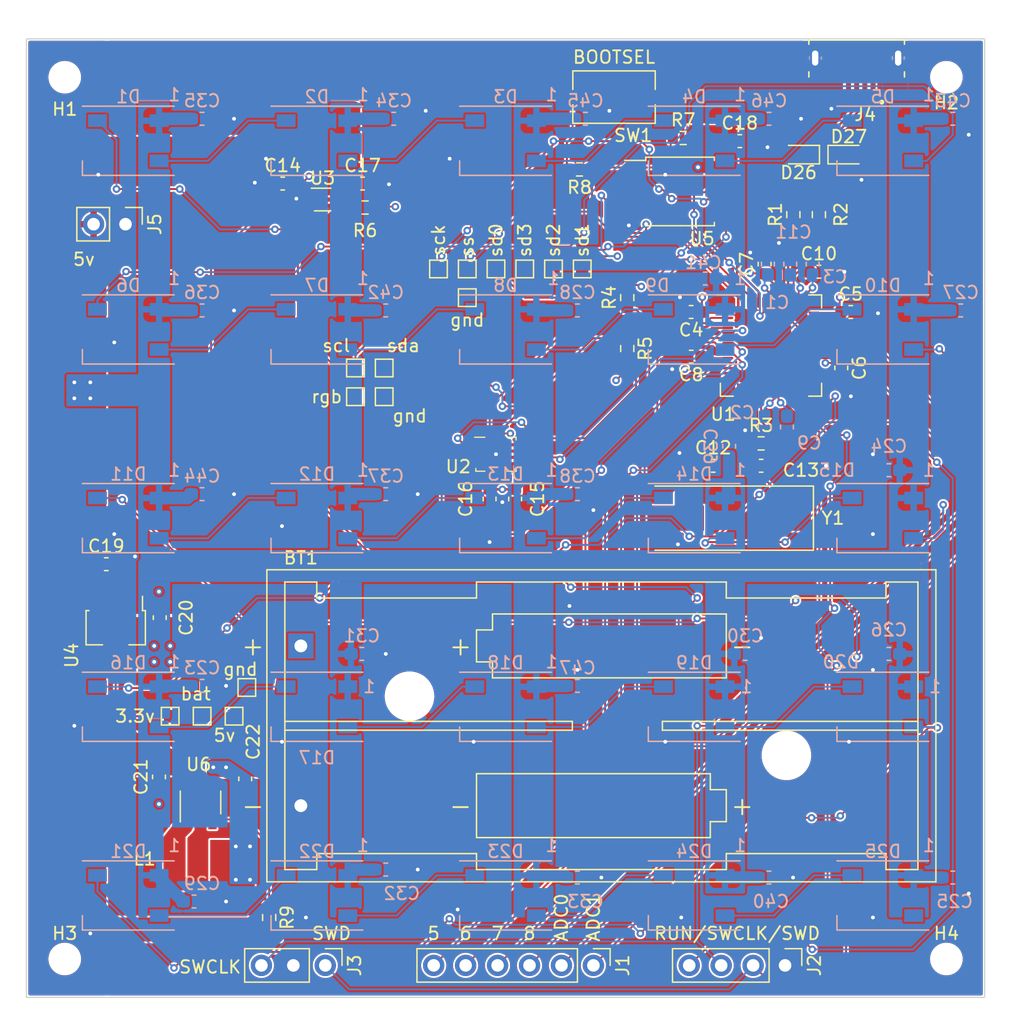
<source format=kicad_pcb>
(kicad_pcb (version 20211014) (generator pcbnew)
  (layers (0 "F.Cu" signal) (1 "In1.Cu" signal) (2 "In2.Cu" signal) (31 "B.Cu" signal) (34 "B.Paste" user) (35 "F.Paste" user) (36 "B.SilkS" user "B.Silkscreen") (37 "F.SilkS" user "F.Silkscreen") (38 "B.Mask" user) (39 "F.Mask" user) (44 "Edge.Cuts" user))
  (net 0 "")
  (net 1 "+1V1")
  (net 2 "GND")
  (net 3 "+3V3")
  (net 4 "/XIN")
  (net 5 "+5V")
  (net 6 "Net-(D1-Pad2)")
  (net 7 "/RGB_DIN")
  (net 8 "Net-(D2-Pad2)")
  (net 9 "/ADC1")
  (net 10 "/ADC0")
  (net 11 "/GPIO8")
  (net 12 "/GPIO7")
  (net 13 "/GPIO6")
  (net 14 "/GPIO5")
  (net 15 "/SWD")
  (net 16 "/SWCLK")
  (net 17 "/RUN")
  (net 18 "/USB_DN")
  (net 19 "/USB_DP")
  (net 21 "/RPP")
  (net 22 "/RPN")
  (net 23 "/XOUT")
  (net 24 "/SDA")
  (net 25 "/SCL")
  (net 26 "Net-(R6-Pad1)")
  (net 27 "/QSPI_SS")
  (net 28 "/USB_BOOT")
  (net 29 "/SA0")
  (net 30 "/IMU INT2")
  (net 31 "/IMU INT1")
  (net 39 "/NEOPIX")
  (net 51 "/QSPI_SD3")
  (net 52 "/QSPI_SCLK")
  (net 53 "/QSPI_SD0")
  (net 54 "/QSPI_SD2")
  (net 55 "/QSPI_SD1")
  (net 60 "/CRYSTAL_OUT")
  (net 61 "Net-(D3-Pad2)")
  (net 62 "Net-(D4-Pad2)")
  (net 63 "Net-(D5-Pad2)")
  (net 64 "Net-(D6-Pad2)")
  (net 65 "Net-(D7-Pad2)")
  (net 66 "Net-(D8-Pad2)")
  (net 67 "Net-(D10-Pad4)")
  (net 68 "Net-(D11-Pad2)")
  (net 69 "Net-(D12-Pad2)")
  (net 70 "Net-(D13-Pad2)")
  (net 71 "Net-(D14-Pad2)")
  (net 72 "Net-(D15-Pad2)")
  (net 73 "Net-(D16-Pad2)")
  (net 74 "Net-(D17-Pad2)")
  (net 75 "Net-(D10-Pad2)")
  (net 76 "Net-(D18-Pad2)")
  (net 77 "Net-(D19-Pad2)")
  (net 78 "Net-(D20-Pad2)")
  (net 79 "Net-(D21-Pad2)")
  (net 80 "Net-(D22-Pad2)")
  (net 81 "Net-(D23-Pad2)")
  (net 82 "Net-(D24-Pad2)")
  (net 84 "+BATT")
  (net 85 "/Lx")
  (net 86 "Net-(R9-Pad1)")
  (footprint "Connector_PinHeader_2.54mm:PinHeader_1x04_P2.54mm_Vertical" (layer "F.Cu") (at 161.925 124.46 -90)
    (fp_text reference "J2")
    (fp_text value "Conn_01x04")
  )
  (footprint "TestPoint:TestPoint_Pad_1.0x1.0mm" (layer "F.Cu") (at 145.796 69.088)
    (fp_text reference "sd1")
    (fp_text value "TestPoint")
  )
  (footprint "Connectors:Amphenol_MicroB_10118193" (layer "F.Cu") (at 167.61825 52.324 180)
    (fp_text reference "J4")
    (fp_text value "USB_B_Micro")
  )
  (footprint "Capacitor_SMD:C_0603_1608Metric" (layer "F.Cu") (at 156.21 84.739)
    (fp_text reference "C12")
    (fp_text value "27p")
  )
  (footprint "Capacitor_SMD:C_0603_1608Metric" (layer "F.Cu") (at 158.3255 58.9275)
    (fp_text reference "C18")
    (fp_text value "10u")
  )
  (footprint "Capacitor_SMD:C_0603_1608Metric" (layer "F.Cu") (at 107.95 92.5625)
    (fp_text reference "C19")
    (fp_text value "10u")
  )
  (footprint "MountingHole:MountingHole_2.1mm" (layer "F.Cu") (at 174.752 53.848)
    (fp_text reference "H2")
    (fp_text value "MountingHole")
  )
  (footprint "Capacitor_SMD:C_0603_1608Metric" (layer "F.Cu") (at 167.148 72.5135)
    (fp_text reference "C5")
    (fp_text value "100n")
  )
  (footprint "Resistor_SMD:R_0603_1608Metric" (layer "F.Cu") (at 128.53145 64.206)
    (fp_text reference "R6")
    (fp_text value "10k")
  )
  (footprint "TestPoint:TestPoint_Pad_1.0x1.0mm" (layer "F.Cu") (at 138.938 69.088)
    (fp_text reference "sd0")
    (fp_text value "TestPoint")
  )
  (footprint "TestPoint:TestPoint_Pad_1.0x1.0mm" (layer "F.Cu") (at 130.048 76.962)
    (fp_text reference "sda")
    (fp_text value "TestPoint")
  )
  (footprint "Package_TO_SOT_SMD:SOT-23-5_HandSoldering" (layer "F.Cu") (at 115.443 111.506 90)
    (fp_text reference "U6")
    (fp_text value "RP402N")
  )
  (footprint "Battery:BatteryHolder_Keystone_2468_2xAAA" (layer "F.Cu") (at 123.42 99.06)
    (fp_text reference "BT1")
    (fp_text value "PRT13851")
  )
  (footprint "Package_TO_SOT_SMD:SOT-89-3_Handsoldering" (layer "F.Cu") (at 108.7 97.3125 -90)
    (fp_text reference "U4")
    (fp_text value "AZ1117-3.3")
  )
  (footprint "Capacitor_SMD:C_0603_1608Metric" (layer "F.Cu") (at 118.999 109.6275 90)
    (fp_text reference "C22")
    (fp_text value "10uF")
  )
  (footprint "Connector_PinHeader_2.54mm:PinHeader_1x03_P2.54mm_Vertical" (layer "F.Cu") (at 125.365 124.46 -90)
    (fp_text reference "J3")
    (fp_text value "SWD")
  )
  (footprint "Capacitor_SMD:C_0603_1608Metric" (layer "F.Cu") (at 166.394 76.9575 -90)
    (fp_text reference "C6")
    (fp_text value "100n")
  )
  (footprint "MountingHole:MountingHole_2.1mm" (layer "F.Cu") (at 104.648 123.952)
    (fp_text reference "H3")
    (fp_text value "MountingHole")
  )
  (footprint "Package_SO:SOIC-8_5.23x5.23mm_P1.27mm" (layer "F.Cu") (at 153.5755 62.9275)
    (fp_text reference "U5")
    (fp_text value "W25Q128JVS")
  )
  (footprint "Resistor_SMD:R_0603_1608Metric" (layer "F.Cu") (at 145.5755 61.1775 180)
    (fp_text reference "R8")
    (fp_text value "1k")
  )
  (footprint "TestPoint:TestPoint_Pad_1.0x1.0mm" (layer "F.Cu") (at 130.048 79.248)
    (fp_text reference "gnd")
    (fp_text value "TestPoint")
  )
  (footprint "Connector_PinHeader_2.54mm:PinHeader_1x06_P2.54mm_Vertical" (layer "F.Cu") (at 146.685 124.46 -90)
    (fp_text reference "J1")
    (fp_text value "Conn_01x06")
  )
  (footprint "Capacitor_SMD:C_0603_1608Metric" (layer "F.Cu") (at 140.462 87.376 90)
    (fp_text reference "C15")
    (fp_text value "100nF")
  )
  (footprint "Resistor_SMD:R_0603_1608Metric" (layer "F.Cu") (at 120.904 120.65 -90)
    (fp_text reference "R9")
    (fp_text value "10k")
  )
  (footprint "Capacitor_SMD:C_0603_1608Metric" (layer "F.Cu") (at 160.298 68.7015 90)
    (fp_text reference "C7")
    (fp_text value "100n")
  )
  (footprint "TestPoint:TestPoint_Pad_1.0x1.0mm" (layer "F.Cu") (at 136.652 71.374)
    (fp_text reference "gnd")
    (fp_text value "TestPoint")
  )
  (footprint "Diode_SMD:D_0603_1608Metric_Pad1.05x0.95mm_HandSolder" (layer "F.Cu") (at 163 60 180)
    (fp_text reference "D26")
    (fp_text value "D")
  )
  (footprint "Package_LGA:Bosch_LGA-14_3x2.5mm_P0.5mm" (layer "F.Cu") (at 138.938 83.82)
    (fp_text reference "U2")
    (fp_text value "BMI270")
  )
  (footprint "Crystal:Crystal_SMD_HC49-SD" (layer "F.Cu") (at 157.48 88.9 180)
    (fp_text reference "Y1")
    (fp_text value "Crystal")
  )
  (footprint "Resistor_SMD:R_0603_1608Metric" (layer "F.Cu") (at 153.8255 58.6775)
    (fp_text reference "R7")
    (fp_text value "10k")
  )
  (footprint "Capacitor_SMD:C_0603_1608Metric" (layer "F.Cu") (at 154.464 76.0675 180)
    (fp_text reference "C8")
    (fp_text value "100n")
  )
  (footprint "Connector_PinHeader_2.54mm:PinHeader_1x02_P2.54mm_Vertical" (layer "F.Cu") (at 109.479 65.532 -90)
    (fp_text reference "J5")
    (fp_text value "Conn_01x02")
  )
  (footprint "Raspberry Pi:QFN-56_EP_7.75x7.75_Pitch0.4mm" (layer "F.Cu") (at 160.806 75.1795)
    (fp_text reference "U1")
    (fp_text value "RP2040")
  )
  (footprint "Resistor_SMD:R_0603_1608Metric" (layer "F.Cu") (at 149.376 71.3695 90)
    (fp_text reference "R4")
    (fp_text value "10k")
  )
  (footprint "Resistor_SMD:R_0603_1608Metric" (layer "F.Cu") (at 160.02 82.961)
    (fp_text reference "R3")
    (fp_text value "1k")
  )
  (footprint "Diode_SMD:D_0603_1608Metric_Pad1.05x0.95mm_HandSolder" (layer "F.Cu") (at 167 60)
    (fp_text reference "D27")
    (fp_text value "D")
  )
  (footprint "TestPoint:TestPoint_Pad_1.0x1.0mm" (layer "F.Cu") (at 119.126 102.362)
    (fp_text reference "gnd")
    (fp_text value "TestPoint")
  )
  (footprint "Capacitor_SMD:C_0603_1608Metric" (layer "F.Cu") (at 112.2 96.8125 90)
    (fp_text reference "C20")
    (fp_text value "10u")
  )
  (footprint "Capacitor_SMD:C_0603_1608Metric" (layer "F.Cu") (at 121.97825 62.301)
    (fp_text reference "C14")
    (fp_text value "0.1u")
  )
  (footprint "TestPoint:TestPoint_Pad_1.0x1.0mm" (layer "F.Cu") (at 118.11 104.648)
    (fp_text reference "5v")
    (fp_text value "TestPoint")
  )
  (footprint "Resistor_SMD:R_0603_1608Metric" (layer "F.Cu") (at 162.584 64.77 90)
    (fp_text reference "R1")
    (fp_text value "27.4")
  )
  (footprint "TestPoint:TestPoint_Pad_1.0x1.0mm" (layer "F.Cu") (at 134.366 69.088)
    (fp_text reference "sck")
    (fp_text value "TestPoint")
  )
  (footprint "TestPoint:TestPoint_Pad_1.0x1.0mm" (layer "F.Cu") (at 141.224 69.088)
    (fp_text reference "sd3")
    (fp_text value "TestPoint")
  )
  (footprint "TestPoint:TestPoint_Pad_1.0x1.0mm" (layer "F.Cu") (at 136.652 69.088)
    (fp_text reference "ss")
    (fp_text value "TestPoint")
  )
  (footprint "Capacitor_SMD:C_0603_1608Metric" (layer "F.Cu") (at 160.02 84.739)
    (fp_text reference "C13")
    (fp_text value "27p")
  )
  (footprint "Resistor_SMD:R_0603_1608Metric" (layer "F.Cu") (at 149.376 75.4175 -90)
    (fp_text reference "R5")
    (fp_text value "10k")
  )
  (footprint "Capacitor_SMD:C_0603_1608Metric" (layer "F.Cu") (at 138.43 87.376 -90)
    (fp_text reference "C16")
    (fp_text value "100nF")
  )
  (footprint "TestPoint:TestPoint_Pad_1.0x1.0mm" (layer "F.Cu") (at 127.762 79.248)
    (fp_text reference "rgb")
    (fp_text value "TestPoint")
  )
  (footprint "MountingHole:MountingHole_2.1mm" (layer "F.Cu") (at 104.648 53.848)
    (fp_text reference "H1")
    (fp_text value "MountingHole")
  )
  (footprint "Capacitor_SMD:C_0603_1608Metric" (layer "F.Cu") (at 128.32825 62.301)
    (fp_text reference "C17")
    (fp_text value "0.1u")
  )
  (footprint "Capacitor_SMD:C_0603_1608Metric" (layer "F.Cu") (at 154.456 72.5115 180)
    (fp_text reference "C4")
    (fp_text value "100n")
  )
  (footprint "TestPoint:TestPoint_Pad_1.0x1.0mm" (layer "F.Cu") (at 113.03 104.648)
    (fp_text reference "3.3v")
    (fp_text value "TestPoint")
  )
  (footprint "Capacitor_SMD:C_0603_1608Metric" (layer "F.Cu") (at 112.141 109.474 90)
    (fp_text reference "C21")
    (fp_text value "10uF")
  )
  (footprint "Buttons:Inductor_NRS5024T2R2NMGJ" (layer "F.Cu") (at 115.1636 116.4844)
    (fp_text reference "L1")
    (fp_text value "2.2uH")
  )
  (footprint "TestPoint:TestPoint_Pad_1.0x1.0mm" (layer "F.Cu") (at 143.51 69.088)
    (fp_text reference "sd2")
    (fp_text value "TestPoint")
  )
  (footprint "TestPoint:TestPoint_Pad_1.0x1.0mm" (layer "F.Cu") (at 127.762 76.962)
    (fp_text reference "scl")
    (fp_text value "TestPoint")
  )
  (footprint "TestPoint:TestPoint_Pad_1.0x1.0mm" (layer "F.Cu") (at 115.57 104.648)
    (fp_text reference "bat")
    (fp_text value "TestPoint")
  )
  (footprint "Resistor_SMD:R_0603_1608Metric" (layer "F.Cu") (at 164.616 64.77 90)
    (fp_text reference "R2")
    (fp_text value "27.4")
  )
  (footprint "MountingHole:MountingHole_2.1mm" (layer "F.Cu") (at 174.752 123.952)
    (fp_text reference "H4")
    (fp_text value "MountingHole")
  )
  (footprint "Package_TO_SOT_SMD:SOT-563" (layer "F.Cu") (at 125.15325 63.571)
    (fp_text reference "U3")
    (fp_text value "SN74LVC1T45DRL")
  )
  (footprint "Capacitor_SMD:C_0603_1608Metric" (layer "F.Cu") (at 164.616 69.31)
    (fp_text reference "C10")
    (fp_text value "1u")
  )
  (footprint "Buttons:PTS636 6.0x3.5 Button" (layer "F.Cu") (at 148.3255 55.4275 180)
    (fp_text reference "SW1")
    (fp_text value "BOOTSEL")
  )
  (footprint "LED_SMD:LED_WS2812B_PLCC4_5.0x5.0mm_P3.2mm" (layer "B.Cu") (at 154.7 118.9 180)
    (fp_text reference "D24")
    (fp_text value "WS2812B")
  )
  (footprint "LED_SMD:LED_WS2812B_PLCC4_5.0x5.0mm_P3.2mm" (layer "B.Cu") (at 169.7 118.9 180)
    (fp_text reference "D25")
    (fp_text value "WS2812B")
  )
  (footprint "Capacitor_SMD:C_0603_1608Metric_Pad1.08x0.95mm_HandSolder" (layer "B.Cu") (at 175.26 117.475 180)
    (fp_text reference "C25")
    (fp_text value ".1uF")
  )
  (footprint "Capacitor_SMD:C_0603_1608Metric_Pad1.08x0.95mm_HandSolder" (layer "B.Cu") (at 160.56 68.7015 90)
    (fp_text reference "C1")
    (fp_text value "100n")
  )
  (footprint "LED_SMD:LED_WS2812B_PLCC4_5.0x5.0mm_P3.2mm" (layer "B.Cu") (at 139.7 58.9 180)
    (fp_text reference "D3")
    (fp_text value "WS2812B")
  )
  (footprint "LED_SMD:LED_WS2812B_PLCC4_5.0x5.0mm_P3.2mm" (layer "B.Cu") (at 109.7 58.9 180)
    (fp_text reference "D1")
    (fp_text value "WS2812B")
  )
  (footprint "Capacitor_SMD:C_0603_1608Metric_Pad1.08x0.95mm_HandSolder" (layer "B.Cu") (at 145.415 102.235 180)
    (fp_text reference "C47")
    (fp_text value ".1uF")
  )
  (footprint "Capacitor_SMD:C_0603_1608Metric_Pad1.08x0.95mm_HandSolder" (layer "B.Cu") (at 164.116 68.7015 90)
    (fp_text reference "C3")
    (fp_text value "100n")
  )
  (footprint "LED_SMD:LED_WS2812B_PLCC4_5.0x5.0mm_P3.2mm" (layer "B.Cu") (at 154.7 88.9 180)
    (fp_text reference "D14")
    (fp_text value "WS2812B")
  )
  (footprint "LED_SMD:LED_WS2812B_PLCC4_5.0x5.0mm_P3.2mm" (layer "B.Cu") (at 139.7 88.9 180)
    (fp_text reference "D13")
    (fp_text value "WS2812B")
  )
  (footprint "Capacitor_SMD:C_0603_1608Metric_Pad1.08x0.95mm_HandSolder" (layer "B.Cu") (at 160.306 81.6555 -90)
    (fp_text reference "C9")
    (fp_text value "100n")
  )
  (footprint "LED_SMD:LED_WS2812B_PLCC4_5.0x5.0mm_P3.2mm" (layer "B.Cu") (at 124.7 73.9 180)
    (fp_text reference "D7")
    (fp_text value "WS2812B")
  )
  (footprint "Capacitor_SMD:C_0603_1608Metric_Pad1.08x0.95mm_HandSolder" (layer "B.Cu") (at 160.655 57.15 180)
    (fp_text reference "C46")
    (fp_text value ".1uF")
  )
  (footprint "Capacitor_SMD:C_0603_1608Metric_Pad1.08x0.95mm_HandSolder" (layer "B.Cu") (at 175.26 57.15 180)
    (fp_text reference "C43")
    (fp_text value ".1uF")
  )
  (footprint "Capacitor_SMD:C_0603_1608Metric_Pad1.08x0.95mm_HandSolder" (layer "B.Cu") (at 175.895 72.39 180)
    (fp_text reference "C27")
    (fp_text value ".1uF")
  )
  (footprint "LED_SMD:LED_WS2812B_PLCC4_5.0x5.0mm_P3.2mm" (layer "B.Cu") (at 154.7 73.9 180)
    (fp_text reference "D9")
    (fp_text value "WS2812B")
  )
  (footprint "Capacitor_SMD:C_0603_1608Metric_Pad1.08x0.95mm_HandSolder" (layer "B.Cu") (at 130.175 86.995 180)
    (fp_text reference "C37")
    (fp_text value ".1uF")
  )
  (footprint "LED_SMD:LED_WS2812B_PLCC4_5.0x5.0mm_P3.2mm" (layer "B.Cu") (at 169.7 88.9 180)
    (fp_text reference "D15")
    (fp_text value "WS2812B")
  )
  (footprint "LED_SMD:LED_WS2812B_PLCC4_5.0x5.0mm_P3.2mm" (layer "B.Cu") (at 109.7 103.9 180)
    (fp_text reference "D16")
    (fp_text value "WS2812B")
  )
  (footprint "Capacitor_SMD:C_0603_1608Metric_Pad1.08x0.95mm_HandSolder" (layer "B.Cu") (at 145.415 117.475 180)
    (fp_text reference "C33")
    (fp_text value ".1uF")
  )
  (footprint "LED_SMD:LED_WS2812B_PLCC4_5.0x5.0mm_P3.2mm" (layer "B.Cu") (at 139.7 118.9 180)
    (fp_text reference "D23")
    (fp_text value "WS2812B")
  )
  (footprint "Capacitor_SMD:C_0603_1608Metric_Pad1.08x0.95mm_HandSolder" (layer "B.Cu") (at 170.18 99.695)
    (fp_text reference "C26")
    (fp_text value ".1uF")
  )
  (footprint "Capacitor_SMD:C_0603_1608Metric_Pad1.08x0.95mm_HandSolder" (layer "B.Cu") (at 146.05 57.15 180)
    (fp_text reference "C45")
    (fp_text value ".1uF")
  )
  (footprint "Capacitor_SMD:C_0603_1608Metric_Pad1.08x0.95mm_HandSolder" (layer "B.Cu") (at 155.575 69.85)
    (fp_text reference "C41")
    (fp_text value ".1uF")
  )
  (footprint "Capacitor_SMD:C_0603_1608Metric_Pad1.08x0.95mm_HandSolder" (layer "B.Cu") (at 160.655 117.475 180)
    (fp_text reference "C40")
    (fp_text value ".1uF")
  )
  (footprint "LED_SMD:LED_WS2812B_PLCC4_5.0x5.0mm_P3.2mm" (layer "B.Cu") (at 154.7 58.9 180)
    (fp_text reference "D4")
    (fp_text value "WS2812B")
  )
  (footprint "LED_SMD:LED_WS2812B_PLCC4_5.0x5.0mm_P3.2mm" (layer "B.Cu") (at 169.7 58.9 180)
    (fp_text reference "D5")
    (fp_text value "WS2812B")
  )
  (footprint "Capacitor_SMD:C_0603_1608Metric_Pad1.08x0.95mm_HandSolder" (layer "B.Cu") (at 158.75 99.695 180)
    (fp_text reference "C30")
    (fp_text value ".1uF")
  )
  (footprint "LED_SMD:LED_WS2812B_PLCC4_5.0x5.0mm_P3.2mm" (layer "B.Cu") (at 139.7 103.9 180)
    (fp_text reference "D18")
    (fp_text value "WS2812B")
  )
  (footprint "Capacitor_SMD:C_0603_1608Metric_Pad1.08x0.95mm_HandSolder" (layer "B.Cu") (at 115.57 86.995 180)
    (fp_text reference "C44")
    (fp_text value ".1uF")
  )
  (footprint "Capacitor_SMD:C_0603_1608Metric_Pad1.08x0.95mm_HandSolder" (layer "B.Cu") (at 130.175 116.84 180)
    (fp_text reference "C32")
    (fp_text value ".1uF")
  )
  (footprint "Capacitor_SMD:C_0603_1608Metric_Pad1.08x0.95mm_HandSolder" (layer "B.Cu") (at 115.57 57.15 180)
    (fp_text reference "C35")
    (fp_text value ".1uF")
  )
  (footprint "Capacitor_SMD:C_0603_1608Metric_Pad1.08x0.95mm_HandSolder" (layer "B.Cu") (at 130.81 57.15 180)
    (fp_text reference "C34")
    (fp_text value ".1uF")
  )
  (footprint "LED_SMD:LED_WS2812B_PLCC4_5.0x5.0mm_P3.2mm" (layer "B.Cu") (at 169.7 73.9 180)
    (fp_text reference "D10")
    (fp_text value "WS2812B")
  )
  (footprint "LED_SMD:LED_WS2812B_PLCC4_5.0x5.0mm_P3.2mm" (layer "B.Cu") (at 169.7 103.9 180)
    (fp_text reference "D20")
    (fp_text value "WS2812B")
  )
  (footprint "LED_SMD:LED_WS2812B_PLCC4_5.0x5.0mm_P3.2mm" (layer "B.Cu") (at 139.7 73.9 180)
    (fp_text reference "D8")
    (fp_text value "WS2812B")
  )
  (footprint "LED_SMD:LED_WS2812B_PLCC4_5.0x5.0mm_P3.2mm" (layer "B.Cu") (at 124.7 103.9 180)
    (fp_text reference "D17")
    (fp_text value "WS2812B")
  )
  (footprint "Capacitor_SMD:C_0603_1608Metric_Pad1.08x0.95mm_HandSolder" (layer "B.Cu") (at 170.18 85.09)
    (fp_text reference "C24")
    (fp_text value ".1uF")
  )
  (footprint "Capacitor_SMD:C_0603_1608Metric_Pad1.08x0.95mm_HandSolder" (layer "B.Cu") (at 157.48 83.185 -90)
    (fp_text reference "C39")
    (fp_text value ".1uF")
  )
  (footprint "Capacitor_SMD:C_0603_1608Metric_Pad1.08x0.95mm_HandSolder" (layer "B.Cu") (at 145.415 72.39 180)
    (fp_text reference "C28")
    (fp_text value ".1uF")
  )
  (footprint "LED_SMD:LED_WS2812B_PLCC4_5.0x5.0mm_P3.2mm" (layer "B.Cu") (at 124.7 58.9 180)
    (fp_text reference "D2")
    (fp_text value "WS2812B")
  )
  (footprint "Capacitor_SMD:C_0603_1608Metric_Pad1.08x0.95mm_HandSolder" (layer "B.Cu") (at 162.076 81.6555 -90)
    (fp_text reference "C2")
    (fp_text value "100n")
  )
  (footprint "Capacitor_SMD:C_0603_1608Metric_Pad1.08x0.95mm_HandSolder" (layer "B.Cu") (at 130.175 72.39 180)
    (fp_text reference "C42")
    (fp_text value ".1uF")
  )
  (footprint "Capacitor_SMD:C_0603_1608Metric_Pad1.08x0.95mm_HandSolder" (layer "B.Cu") (at 145.415 86.995 180)
    (fp_text reference "C38")
    (fp_text value ".1uF")
  )
  (footprint "LED_SMD:LED_WS2812B_PLCC4_5.0x5.0mm_P3.2mm" (layer "B.Cu") (at 109.7 118.9 180)
    (fp_text reference "D21")
    (fp_text value "WS2812B")
  )
  (footprint "LED_SMD:LED_WS2812B_PLCC4_5.0x5.0mm_P3.2mm" (layer "B.Cu") (at 154.7 103.9 180)
    (fp_text reference "D19")
    (fp_text value "WS2812B")
  )
  (footprint "LED_SMD:LED_WS2812B_PLCC4_5.0x5.0mm_P3.2mm" (layer "B.Cu") (at 109.7 88.9 180)
    (fp_text reference "D11")
    (fp_text value "WS2812B")
  )
  (footprint "LED_SMD:LED_WS2812B_PLCC4_5.0x5.0mm_P3.2mm" (layer "B.Cu") (at 124.7 88.9 180)
    (fp_text reference "D12")
    (fp_text value "WS2812B")
  )
  (footprint "Capacitor_SMD:C_0603_1608Metric_Pad1.08x0.95mm_HandSolder" (layer "B.Cu") (at 162.338 68.7015 90)
    (fp_text reference "C11")
    (fp_text value "1u")
  )
  (footprint "Capacitor_SMD:C_0603_1608Metric_Pad1.08x0.95mm_HandSolder" (layer "B.Cu") (at 115.57 102.235 180)
    (fp_text reference "C23")
    (fp_text value ".1uF")
  )
  (footprint "LED_SMD:LED_WS2812B_PLCC4_5.0x5.0mm_P3.2mm" (layer "B.Cu") (at 109.7 73.9 180)
    (fp_text reference "D6")
    (fp_text value "WS2812B")
  )
  (footprint "Capacitor_SMD:C_0603_1608Metric_Pad1.08x0.95mm_HandSolder" (layer "B.Cu") (at 115.57 72.39 180)
    (fp_text reference "C36")
    (fp_text value ".1uF")
  )
  (footprint "Capacitor_SMD:C_0603_1608Metric_Pad1.08x0.95mm_HandSolder" (layer "B.Cu") (at 114.935 119.38 180)
    (fp_text reference "C29")
    (fp_text value ".1uF")
  )
  (footprint "Capacitor_SMD:C_0603_1608Metric_Pad1.08x0.95mm_HandSolder" (layer "B.Cu") (at 128.27 99.695 180)
    (fp_text reference "C31")
    (fp_text value ".1uF")
  )
  (footprint "LED_SMD:LED_WS2812B_PLCC4_5.0x5.0mm_P3.2mm" (layer "B.Cu") (at 124.7 118.9 180)
    (fp_text reference "D22")
    (fp_text value "WS2812B")
  )
  (gr_rect (start 101.6 127) (end 177.8 50.8) (layer "Edge.Cuts") (width 0.1) (fill none))
  (gr_text "8" (at 141.605 121.92) (layer "F.SilkS") (effects (font (size 1 1))))
  (gr_text "5" (at 133.985 121.92) (layer "F.SilkS") (effects (font (size 1 1))))
  (gr_text "6\n" (at 136.525 121.92) (layer "F.SilkS") (effects (font (size 1 1))))
  (gr_text "7" (at 139.065 121.92) (layer "F.SilkS") (effects (font (size 1 1))))
  (gr_text "RUN/SWCLK/SWD" (at 158.115 121.92) (layer "F.SilkS") (effects (font (size 1 1))))
  (gr_text "SWCLK" (at 116.205 124.587) (layer "F.SilkS") (effects (font (size 1 1))))
  (gr_text "SWD" (at 125.865 121.92) (layer "F.SilkS") (effects (font (size 1 1))))
  (gr_text "ADC0" (at 144.145 120.65 90) (layer "F.SilkS") (effects (font (size 1 1))))
  (gr_text "ADC1" (at 146.685 120.65 90) (layer "F.SilkS") (effects (font (size 1 1))))
  (gr_text "5v" (at 106.172 68.326) (layer "F.SilkS") (effects (font (size 1 1))))
  (segment (start 161.406 78.22056) (end 162.965 76.66156) (width 0.15) (layer "F.Cu") (net 1))
  (segment (start 161.406 79.562) (end 161.406 78.617) (width 0.15) (layer "F.Cu") (net 1))
  (segment (start 162.33 73.12) (end 162.606 72.844) (width 0.15) (layer "F.Cu") (net 1))
  (segment (start 162.965 76.66156) (end 162.965 73.755) (width 0.15) (layer "F.Cu") (net 1))
  (segment (start 162.606 72.844) (end 162.606 71.742) (width 0.15) (layer "F.Cu") (net 1))
  (segment (start 161.34148 73.12) (end 162.33 73.12) (width 0.15) (layer "F.Cu") (net 1))
  (segment (start 160.606 71.742) (end 160.606 70.9155) (width 0.15) (layer "F.Cu") (net 1))
  (segment (start 160.606 70.9155) (end 160.298 70.6075) (width 0.15) (layer "F.Cu") (net 1))
  (segment (start 162.606 71.742) (end 162.606 69.669) (width 0.15) (layer "F.Cu") (net 1))
  (segment (start 162.965 69.31) (end 163.7535 69.31) (width 0.15) (layer "F.Cu") (net 1))
  (segment (start 160.606 72.38452) (end 161.34148 73.12) (width 0.15) (layer "F.Cu") (net 1))
  (segment (start 162.606 69.669) (end 162.965 69.31) (width 0.15) (layer "F.Cu") (net 1))
  (segment (start 160.606 71.742) (end 160.606 72.38452) (width 0.15) (layer "F.Cu") (net 1))
  (segment (start 161.406 78.617) (end 161.406 78.22056) (width 0.15) (layer "F.Cu") (net 1))
  (segment (start 161.568 79.724) (end 161.406 79.562) (width 0.15) (layer "F.Cu") (net 1))
  (segment (start 162.965 73.755) (end 162.33 73.12) (width 0.15) (layer "F.Cu") (net 1))
  (via (at 160.298 70.6075) (size 0.6) (drill 0.3) (layers "F.Cu" "B.Cu") (net 1))
  (via (at 161.568 79.724) (size 0.6) (drill 0.3) (layers "F.Cu" "B.Cu") (net 1))
  (segment (start 160.298 69.826) (end 160.56 69.564) (width 0.15) (layer "B.Cu") (net 1))
  (segment (start 162.076 80.232) (end 162.076 80.793) (width 0.15) (layer "B.Cu") (net 1))
  (segment (start 160.298 70.6075) (end 160.298 69.826) (width 0.15) (layer "B.Cu") (net 1))
  (segment (start 161.568 79.724) (end 162.076 80.232) (width 0.15) (layer "B.Cu") (net 1))
  (segment (start 152.9485 76.808) (end 153.689 76.0675) (width 0.15) (layer "F.Cu") (net 2))
  (segment (start 152.9485 77.057) (end 152.9485 76.808) (width 0.15) (layer "F.Cu") (net 2))
  (via (at 153.52998 83.723) (size 0.6) (drill 0.3) (layers "F.Cu" "B.Cu") (net 2))
  (via (at 108.585 74.93) (size 0.6) (drill 0.3) (layers "F.Cu" "B.Cu") (net 2))
  (via (at 138.938 83.82) (size 0.6) (drill 0.3) (layers "F.Cu" "B.Cu") (net 2))
  (via (at 135.255 60.325) (size 0.6) (drill 0.3) (layers "F.Cu" "B.Cu") (net 2))
  (via (at 162.56 117.475) (size 0.6) (drill 0.3) (layers "F.Cu" "B.Cu") (net 2))
  (via (at 168.91 100.965) (size 0.6) (drill 0.3) (layers "F.Cu" "B.Cu") (net 2))
  (via (at 130.429 62.357) (size 0.6) (drill 0.3) (layers "F.Cu" "B.Cu") (net 2))
  (via (at 160.02 98.425) (size 0.6) (drill 0.3) (layers "F.Cu" "B.Cu") (net 2))
  (via (at 135.89 120.015) (size 0.6) (drill 0.3) (layers "F.Cu" "B.Cu") (net 2))
  (via (at 106.68 121.92) (size 0.6) (drill 0.3) (layers "F.Cu" "B.Cu") (net 2))
  (via (at 176.53 58.42) (size 0.6) (drill 0.3) (layers "F.Cu" "B.Cu") (net 2))
  (via (at 121.92 89.535) (size 0.6) (drill 0.3) (layers "F.Cu" "B.Cu") (net 2))
  (via (at 168 62) (size 0.6) (drill 0.3) (layers "F.Cu" "B.Cu") (net 2))
  (via (at 153.567 71.342) (size 0.6) (drill 0.3) (layers "F.Cu" "B.Cu") (net 2))
  (via (at 117.475 119.38) (size 0.6) (drill 0.3) (layers "F.Cu" "B.Cu") (net 2))
  (via (at 137.16 106.68) (size 0.6) (drill 0.3) (layers "F.Cu" "B.Cu") (net 2))
  (via (at 146.685 88.265) (size 0.6) (drill 0.3) (layers "F.Cu" "B.Cu") (net 2))
  (via (at 163.195 57.15) (size 0.6) (drill 0.3) (layers "F.Cu" "B.Cu") (net 2))
  (via (at 118.11 57.15) (size 0.6) (drill 0.3) (layers "F.Cu" "B.Cu") (net 2))
  (via (at 123.825 120.65) (size 0.6) (drill 0.3) (layers "F.Cu" "B.Cu") (net 2))
  (via (at 160.529261 59.411654) (size 0.6) (drill 0.3) (layers "F.Cu" "B.Cu") (net 2))
  (via (at 130.175 99.695) (size 0.6) (drill 0.3) (layers "F.Cu" "B.Cu") (net 2))
  (via (at 167.005 106.68) (size 0.6) (drill 0.3) (layers "F.Cu" "B.Cu") (net 2))
  (via (at 158.75 81.915) (size 0.6) (drill 0.3) (layers "F.Cu" "B.Cu") (net 2))
  (via (at 118.11 72.39) (size 0.6) (drill 0.3) (layers "F.Cu" "B.Cu") (net 2))
  (via (at 161.441 67.024) (size 0.6) (drill 0.3) (layers "F.Cu" "B.Cu") (net 2))
  (via (at 168.91 83.82) (size 0.6) (drill 0.3) (layers "F.Cu" "B.Cu") (net 2))
  (via (at 169.315 72.612) (size 0.6) (drill 0.3) (layers "F.Cu" "B.Cu") (net 2))
  (via (at 176.53 118.745) (size 0.6) (drill 0.3) (layers "F.Cu" "B.Cu") (net 2))
  (via (at 152.9485 77.057) (size 0.6) (drill 0.3) (layers "F.Cu" "B.Cu") (net 2))
  (via (at 117.475 102.235) (size 0.6) (drill 0.3) (layers "F.Cu" "B.Cu") (net 2))
  (via (at 107.315 61.595) (size 0.6) (drill 0.3) (layers "F.Cu" "B.Cu") (net 2))
  (via (at 108.585 90.17) (size 0.6) (drill 0.3) (layers "F.Cu" "B.Cu") (net 2))
  (via (at 147.32 117.475) (size 0.6) (drill 0.3) (layers "F.Cu" "B.Cu") (net 2))
  (via (at 138.43 90.805) (size 0.6) (drill 0.3) (layers "F.Cu" "B.Cu") (net 2))
  (via (at 167.156 79.216) (size 0.6) (drill 0.3) (layers "F.Cu" "B.Cu") (net 2))
  (via (at 165.174 84.739) (size 0.6) (drill 0.3) (layers "F.Cu" "B.Cu") (net 2))
  (via (at 112.141 94.742) (size 0.6) (drill 0.3) (layers "F.Cu" "B.Cu") (net 2))
  (via (at 139.446 87.63) (size 0.6) (drill 0.3) (layers "F.Cu" "B.Cu") (net 2))
  (via (at 165.608 56.350498) (size 0.6) (drill 0.3) (layers "F.Cu" "B.Cu") (net 2))
  (via (at 132.715 86.995) (size 0.6) (drill 0.3) (layers "F.Cu" "B.Cu") (net 2))
  (via (at 147.955 56.515) (size 0.6) (drill 0.3) (layers "F.Cu" "B.Cu") (net 2))
  (via (at 153.405255 90.982193) (size 0.6) (drill 0.3) (layers "F.Cu" "B.Cu") (net 2))
  (via (at 144.78 95.885) (size 0.6) (drill 0.3) (layers "F.Cu" "B.Cu") (net 2))
  (via (at 105.41 105.41) (size 0.6) (drill 0.3) (layers "F.Cu" "B.Cu") (net 2))
  (via (at 168.91 120.65) (size 0.6) (drill 0.3) (layers "F.Cu" "B.Cu") (net 2))
  (via (at 152.4 106.68) (size 0.6) (drill 0.3) (layers "F.Cu" "B.Cu") (net 2))
  (via (at 121.92 106.68) (size 0.6) (drill 0.3) (layers "F.Cu" "B.Cu") (net 2))
  (via (at 132.715 116.84) (size 0.6) (drill 0.3) (layers "F.Cu" "B.Cu") (net 2))
  (via (at 118.11 86.995) (size 0.6) (drill 0.3) (layers "F.Cu" "B.Cu") (net 2))
  (via (at 120.65 60.325) (size 0.6) (drill 0.3) (layers "F.Cu" "B.Cu") (net 2))
  (via (at 166.648 69.31) (size 0.6) (drill 0.3) (layers "F.Cu" "B.Cu") (net 2))
  (via (at 159.155 67.786) (size 0.6) (drill 0.3) (layers "F.Cu" "B.Cu") (net 2))
  (via (at 112.141 111.633) (size 0.6) (drill 0.3) (layers "F.Cu" "B.Cu") (net 2))
  (via (at 145.415 100.965) (size 0.6) (drill 0.3) (layers "F.Cu" "B.Cu") (net 2))
  (via (at 152.4 61.595) (size 0.6) (drill 0.3) (layers "F.Cu" "B.Cu") (net 2))
  (via (at 149.503 65.627) (size 0.6) (drill 0.3) (layers "F.Cu" "B.Cu") (net 2))
  (via (at 123.063 63.5) (size 0.6) (drill 0.3) (layers "F.Cu" "B.Cu") (net 2))
  (via (at 153.67 120.65) (size 0.6) (drill 0.3) (layers "F.Cu" "B.Cu") (net 2))
  (via (at 168.91 90.17) (size 0.6) (drill 0.3) (layers "F.Cu" "B.Cu") (net 2))
  (via (at 119.761 62.23) (size 0.6) (drill 0.3) (layers "F.Cu" "B.Cu") (net 2))
  (via (at 110.236 91.948) (size 0.6) (drill 0.3) (layers "F.Cu" "B.Cu") (net 2))
  (via (at 133.35 56.515) (size 0.6) (drill 0.3) (layers "F.Cu" "B.Cu") (net 2))
  (segment (start 110.3895 92.1015) (end 110.236 91.948) (width 0.2) (layer "B.Cu") (net 2))
  (segment (start 129.60245 64.135) (end 129.53145 64.206) (width 0.15) (layer "F.Cu") (net 3))
  (segment (start 163.006 71.742) (end 163.006 70.732) (width 0.15) (layer "F.Cu") (net 3))
  (segment (start 166.3095 76.1795) (end 166.394 76.095) (width 0.15) (layer "F.Cu") (net 3))
  (segment (start 160.298 69.564) (end 161.006 70.272) (width 0.15) (layer "F.Cu") (net 3))
  (segment (start 153.948 77.057) (end 154.337 77.057) (width 0.15) (layer "F.Cu") (net 3))
  (segment (start 139.438 82.8075) (end 139.438 82.304) (width 0.15) (layer "F.Cu") (net 3))
  (segment (start 157.3685 72.5795) (end 155.3865 72.5795) (width 0.15) (layer "F.Cu") (net 3))
  (segment (start 163.406 71.282) (end 163.406 71.742) (width 0.15) (layer "F.Cu") (net 3))
  (segment (start 164.2435 76.1795) (end 166.3095 76.1795) (width 0.15) (layer "F.Cu") (net 3))
  (segment (start 155.3185 72.5115) (end 155.3185 71.3685) (width 0.15) (layer "F.Cu") (net 3))
  (segment (start 154.337 77.057) (end 155.3265 76.0675) (width 0.15) (layer "F.Cu") (net 3))
  (segment (start 122.84075 62.301) (end 123.5 62.301) (width 0.15) (layer "F.Cu") (net 3))
  (segment (start 109.728 104.648) (end 108.7 103.62) (width 0.15) (layer "F.Cu") (net 3))
  (segment (start 161.406 71.742) (end 161.406 70.672) (width 0.15) (layer "F.Cu") (net 3))
  (segment (start 140.2005 85.0825) (end 140.462 85.344) (width 0.2) (layer "F.Cu") (net 3))
  (segment (start 139.438 82.304) (end 139.573 82.169) (width 0.15) (layer "F.Cu") (net 3))
  (segment (start 165.130149 76.559841) (end 165.929159 76.559841) (width 0.15) (layer "F.Cu") (net 3))
  (segment (start 140.462 86.5135) (end 140.462 85.344) (width 0.2) (layer "F.Cu") (net 3))
  (segment (start 155.3185 71.3685) (end 155.345 71.342) (width 0.15) (layer "F.Cu") (net 3))
  (segment (start 139.573 82.169) (end 140.081 82.169) (width 0.15) (layer "F.Cu") (net 3))
  (segment (start 166.267 71.342) (end 166.267 72.495) (width 0.15) (layer "F.Cu") (net 3))
  (segment (start 157.3685 76.1795) (end 155.4385 76.1795) (width 0.15) (layer "F.Cu") (net 3))
  (segment (start 108.7 103.62) (end 108.7 95.25) (width 0.15) (layer "F.Cu") (net 3))
  (segment (start 166.2195 72.5795) (end 166.2855 72.5135) (width 0.15) (layer "F.Cu") (net 3))
  (segment (start 149.376 76.4175) (end 149.376 77.057) (width 0.15) (layer "F.Cu") (net 3))
  (segment (start 164.2435 72.5795) (end 166.2195 72.5795) (width 0.15) (layer "F.Cu") (net 3))
  (segment (start 165.929159 76.559841) (end 166.394 76.095) (width 0.15) (layer "F.Cu") (net 3))
  (segment (start 149.376 77.057) (end 148.487 77.946) (width 0.15) (layer "F.Cu") (net 3))
  (segment (start 161.406 70.672) (end 161.006 70.272) (width 0.15) (layer "F.Cu") (net 3))
  (segment (start 159.155 69.437) (end 160.171 69.437) (width 0.15) (layer "F.Cu") (net 3))
  (segment (start 123.5 62.301) (end 124.079 61.722) (width 0.15) (layer "F.Cu") (net 3))
  (segment (start 138.43 86.5135) (end 138.43 84.8405) (width 0.2) (layer "F.Cu") (net 3))
  (segment (start 123.61075 63.071) (end 122.84075 62.301) (width 0.15) (layer "F.Cu") (net 3))
  (segment (start 161.006 79.478356) (end 161.006 78.617) (width 0.15) (layer "F.Cu") (net 3))
  (segment (start 139.446 86.614) (end 140.3615 86.614) (width 0.2) (layer "F.Cu") (net 3))
  (segment (start 124.40325 63.071) (end 123.61075 63.071) (width 0.15) (layer "F.Cu") (net 3))
  (segment (start 113.03 104.648) (end 109.728 104.648) (width 0.15) (layer "F.Cu") (net 3))
  (segment (start 140.2005 84.57) (end 140.2005 85.0825) (width 0.2) (layer "F.Cu") (net 3))
  (segment (start 140.3615 86.614) (end 140.462 86.5135) (width 0.2) (layer "F.Cu") (net 3))
  (segment (start 161.006 70.272) (end 161.006 71.742) (width 0.15) (layer "F.Cu") (net 3))
  (segment (start 160.719678 79.764678) (end 161.006 79.478356) (width 0.15) (layer "F.Cu") (net 3))
  (segment (start 160.171 69.437) (end 160.298 69.564) (width 0.15) (layer "F.Cu") (net 3))
  (segment (start 163.006 70.732) (end 163.1305 70.6075) (width 0.15) (layer "F.Cu") (net 3))
  (segment (start 166.267 72.495) (end 166.2855 72.5135) (width 0.15) (layer "F.Cu") (net 3))
  (segment (start 138.43 84.8405) (end 138.438 84.8325) (width 0.2) (layer "F.Cu") (net 3))
  (segment (start 164.108 70.58) (end 163.406 71.282) (width 0.15) (layer "F.Cu") (net 3))
  (segment (start 155.3865 72.5795) (end 155.3185 72.5115) (width 0.15) (layer "F.Cu") (net 3))
  (segment (start 139.446 86.614) (end 138.5305 86.614) (width 0.2) (layer "F.Cu") (net 3))
  (segment (start 150.495 70.485) (end 150.3795 70.3695) (width 0.15) (layer "F.Cu") (net 3))
  (segment (start 138.5305 86.614) (end 138.43 86.5135) (width 0.2) (layer "F.Cu") (net 3))
  (segment (start 155.4385 76.1795) (end 155.3265 76.0675) (width 0.15) (layer "F.Cu") (net 3))
  (segment (start 150.3795 70.3695) (end 149.376 70.3695) (width 0.15) (layer "F.Cu") (net 3))
  (segment (start 130.937 64.135) (end 129.60245 64.135) (width 0.15) (layer "F.Cu") (net 3))
  (via (at 153.948 77.057) (size 0.6) (drill 0.3) (layers "F.Cu" "B.Cu") (net 3))
  (via (at 155 61) (size 0.6) (drill 0.3) (layers "F.Cu" "B.Cu") (net 3))
  (via (at 148.487 77.946) (size 0.6) (drill 0.3) (layers "F.Cu" "B.Cu") (net 3))
  (via (at 111.76 100.33) (size 0.6) (drill 0.3) (layers "F.Cu" "B.Cu") (net 3))
  (via (at 163.1305 70.6075) (size 0.6) (drill 0.3) (layers "F.Cu" "B.Cu") (net 3))
  (via (at 164.108 70.58) (size 0.6) (drill 0.3) (layers "F.Cu" "B.Cu") (net 3))
  (via (at 139.446 86.614) (size 0.6) (drill 0.3) (layers "F.Cu" "B.Cu") (net 3))
  (via (at 130.937 64.135) (size 0.6) (drill 0.3) (layers "F.Cu" "B.Cu") (net 3))
  (via (at 165.130149 76.559841) (size 0.6) (drill 0.3) (layers "F.Cu" "B.Cu") (net 3))
  (via (at 113.03 100.33) (size 0.6) (drill 0.3) (layers "F.Cu" "B.Cu") (net 3))
  (via (at 113.03 99.06) (size 0.6) (drill 0.3) (layers "F.Cu" "B.Cu") (net 3))
  (via (at 155.345 71.342) (size 0.6) (drill 0.3) (layers "F.Cu" "B.Cu") (net 3))
  (via (at 111.76 99.06) (size 0.6) (drill 0.3) (layers "F.Cu" "B.Cu") (net 3))
  (via (at 124.079 61.722) (size 0.6) (drill 0.3) (layers "F.Cu" "B.Cu") (net 3))
  (via (at 159.155 69.437) (size 0.6) (drill 0.3) (layers "F.Cu" "B.Cu") (net 3))
  (via (at 166.267 71.342) (size 0.6) (drill 0.3) (layers "F.Cu" "B.Cu") (net 3))
  (via (at 150.495 70.485) (size 0.6) (drill 0.3) (layers "F.Cu" "B.Cu") (net 3))
  (via (at 140.081 82.169) (size 0.6) (drill 0.3) (layers "F.Cu" "B.Cu") (net 3))
  (via (at 160.719678 79.764678) (size 0.6) (drill 0.3) (layers "F.Cu" "B.Cu") (net 3))
  (segment (start 160.719678 79.764678) (end 160.306 80.178356) (width 0.15) (layer "B.Cu") (net 3))
  (segment (start 163.1305 70.3565) (end 162.338 69.564) (width 0.15) (layer "B.Cu") (net 3))
  (segment (start 164.108 69.572) (end 164.116 69.564) (width 0.15) (layer "B.Cu") (net 3))
  (segment (start 163.1305 70.6075) (end 163.1305 70.3565) (width 0.15) (layer "B.Cu") (net 3))
  (segment (start 164.108 70.58) (end 164.108 69.572) (width 0.15) (layer "B.Cu") (net 3))
  (segment (start 160.306 80.178356) (end 160.306 80.793) (width 0.15) (layer "B.Cu") (net 3))
  (segment (start 156.119038 83.198489) (end 156.119038 84.054962) (width 0.15) (layer "F.Cu") (net 4))
  (segment (start 156.119038 84.054962) (end 155.435 84.739) (width 0.15) (layer "F.Cu") (net 4))
  (segment (start 153.23 88.9) (end 153.23 86.944) (width 0.15) (layer "F.Cu") (net 4))
  (segment (start 160.206 79.111527) (end 156.119038 83.198489) (width 0.15) (layer "F.Cu") (net 4))
  (segment (start 160.206 78.617) (end 160.206 79.111527) (width 0.15) (layer "F.Cu") (net 4))
  (segment (start 153.23 86.944) (end 155.435 84.739) (width 0.15) (layer "F.Cu") (net 4))
  (segment (start 125.90325 63.071) (end 126.69575 63.071) (width 0.15) (layer "F.Cu") (net 5))
  (segment (start 114.059 108.699) (end 112.141 108.699) (width 0.15) (layer "F.Cu") (net 5))
  (segment (start 126.69575 63.071) (end 127.46575 62.301) (width 0.15) (layer "F.Cu") (net 5))
  (segment (start 118.11 104.648) (end 114.059 108.699) (width 0.15) (layer "F.Cu") (net 5))
  (via (at 105.41 79.375) (size 0.6) (drill 0.3) (layers "F.Cu" "B.Cu") (net 5))
  (via (at 106.68 78.105) (size 0.6) (drill 0.3) (layers "F.Cu" "B.Cu") (net 5))
  (via (at 106.68 79.375) (size 0.6) (drill 0.3) (layers "F.Cu" "B.Cu") (net 5))
  (via (at 105.41 78.105) (size 0.6) (drill 0.3) (layers "F.Cu" "B.Cu") (net 5))
  (segment (start 129.3125 86.995) (end 127.455 86.995) (width 1) (layer "B.Cu") (net 5))
  (segment (start 129.9475 57.15) (end 127.3 57.15) (width 1) (layer "B.Cu") (net 5))
  (segment (start 157.48 86.97) (end 157.15 87.3) (width 1) (layer "B.Cu") (net 5))
  (segment (start 172.325 117.475) (end 172.15 117.3) (width 1) (layer "B.Cu") (net 5))
  (segment (start 127.24 72.39) (end 127.15 72.3) (width 1) (layer "B.Cu") (net 5))
  (segment (start 129.3125 72.39) (end 127.24 72.39) (width 1) (layer "B.Cu") (net 5))
  (segment (start 175.0325 72.39) (end 172.24 72.39) (width 1) (layer "B.Cu") (net 5))
  (segment (start 114.4025 87.3) (end 114.7075 86.995) (width 1) (layer "B.Cu") (net 5))
  (segment (start 127.61 116.84) (end 127.15 117.3) (width 1) (layer "B.Cu") (net 5))
  (segment (start 114.7075 57.15) (end 112.3 57.15) (width 1) (layer "B.Cu") (net 5))
  (segment (start 112.15 87.3) (end 114.4025 87.3) (width 1) (layer "B.Cu") (net 5))
  (segment (start 174.3975 57.15) (end 172.3 57.15) (width 1) (layer "B.Cu") (net 5))
  (segment (start 144.5525 72.39) (end 142.24 72.39) (width 1) (layer "B.Cu") (net 5))
  (segment (start 142.455 86.995) (end 142.15 87.3) (width 1) (layer "B.Cu") (net 5))
  (segment (start 142.24 72.39) (end 142.15 72.3) (width 1) (layer "B.Cu") (net 5))
  (segment (start 142.215 102.235) (end 142.15 102.3) (width 1) (layer "B.Cu") (net 5))
  (segment (start 144.3775 117.3) (end 144.5525 117.475) (width 1) (layer "B.Cu") (net 5))
  (segment (start 112.3 57.15) (end 112.15 57.3) (width 1) (layer "B.Cu") (net 5))
  (segment (start 159.7925 57.15) (end 157.3 57.15) (width 1) (layer "B.Cu") (net 5))
  (segment (start 127.455 86.995) (end 127.15 87.3) (width 1) (layer "B.Cu") (net 5))
  (segment (start 114.7075 102.235) (end 112.215 102.235) (width 1) (layer "B.Cu") (net 5))
  (segment (start 114.0725 119.38) (end 112.15 117.4575) (width 1) (layer "B.Cu") (net 5))
  (segment (start 157.48 84.0475) (end 157.48 86.97) (width 1) (layer "B.Cu") (net 5))
  (segment (start 159.7925 117.475) (end 157.325 117.475) (width 1) (layer "B.Cu") (net 5))
  (segment (start 172.24 72.39) (end 172.15 72.3) (width 1) (layer "B.Cu") (net 5))
  (segment (start 112.15 117.4575) (end 112.15 117.3) (width 1) (layer "B.Cu") (net 5))
  (segment (start 157.325 117.475) (end 157.15 117.3) (width 1) (layer "B.Cu") (net 5))
  (segment (start 127.3 57.15) (end 127.15 57.3) (width 1) (layer "B.Cu") (net 5))
  (segment (start 174.3975 117.475) (end 172.325 117.475) (width 1) (layer "B.Cu") (net 5))
  (segment (start 157.3 57.15) (end 157.15 57.3) (width 1) (layer "B.Cu") (net 5))
  (segment (start 142.15 117.3) (end 144.3775 117.3) (width 1) (layer "B.Cu") (net 5))
  (segment (start 172.3 57.15) (end 172.15 57.3) (width 1) (layer "B.Cu") (net 5))
  (segment (start 145.1875 57.15) (end 142.3 57.15) (width 1) (layer "B.Cu") (net 5))
  (segment (start 114.7075 72.39) (end 112.24 72.39) (width 1) (layer "B.Cu") (net 5))
  (segment (start 129.3125 116.84) (end 127.61 116.84) (width 1) (layer "B.Cu") (net 5))
  (segment (start 112.215 102.235) (end 112.15 102.3) (width 1) (layer "B.Cu") (net 5))
  (segment (start 144.5525 102.235) (end 142.215 102.235) (width 1) (layer "B.Cu") (net 5))
  (segment (start 112.24 72.39) (end 112.15 72.3) (width 1) (layer "B.Cu") (net 5))
  (segment (start 142.3 57.15) (end 142.15 57.3) (width 1) (layer "B.Cu") (net 5))
  (segment (start 144.5525 86.995) (end 142.455 86.995) (width 1) (layer "B.Cu") (net 5))
  (segment (start 119.23 57.3) (end 122.25 57.3) (width 0.15) (layer "B.Cu") (net 6))
  (segment (start 112.15 60.5) (end 116.03 60.5) (width 0.15) (layer "B.Cu") (net 6))
  (segment (start 116.03 60.5) (end 119.23 57.3) (width 0.15) (layer "B.Cu") (net 6))
  (segment (start 124.03585 65.9384) (end 121.3612 65.9384) (width 0.15) (layer "F.Cu") (net 7))
  (segment (start 123.19 73.914) (end 123.19 66.78425) (width 0.15) (layer "F.Cu") (net 7))
  (segment (start 127.762 79.248) (end 127.762 78.486) (width 0.15) (layer "F.Cu") (net 7))
  (segment (start 125.90325 64.071) (end 124.197125 65.777125) (width 0.15) (layer "F.Cu") (net 7))
  (segment (start 127.762 78.486) (end 123.19 73.914) (width 0.15) (layer "F.Cu") (net 7))
  (segment (start 124.197125 65.777125) (end 124.03585 65.9384) (width 0.15) (layer "F.Cu") (net 7))
  (segment (start 113.792 62.738) (end 108.7628 62.738) (width 0.15) (layer "F.Cu") (net 7))
  (segment (start 123.19 66.78425) (end 124.197125 65.777125) (width 0.15) (layer "F.Cu") (net 7))
  (via (at 121.3612 65.9384) (size 0.6) (drill 0.3) (layers "F.Cu" "B.Cu") (net 7))
  (via (at 113.792 62.738) (size 0.6) (drill 0.3) (layers "F.Cu" "B.Cu") (net 7))
  (via (at 108.7628 62.738) (size 0.6) (drill 0.3) (layers "F.Cu" "B.Cu") (net 7))
  (segment (start 108.7628 62.738) (end 108.7628 58.8128) (width 0.15) (layer "B.Cu") (net 7))
  (segment (start 121.3612 65.9384) (end 116.9924 65.9384) (width 0.15) (layer "B.Cu") (net 7))
  (segment (start 108.7628 58.8128) (end 107.25 57.3) (width 0.15) (layer "B.Cu") (net 7))
  (segment (start 116.9924 65.9384) (end 113.792 62.738) (width 0.15) (layer "B.Cu") (net 7))
  (segment (start 127.15 60.5) (end 131.03 60.5) (width 0.15) (layer "B.Cu") (net 8))
  (segment (start 134.23 57.3) (end 137.25 57.3) (width 0.15) (layer "B.Cu") (net 8))
  (segment (start 131.03 60.5) (end 134.23 57.3) (width 0.15) (layer "B.Cu") (net 8))
  (segment (start 176.07808 89.35192) (end 153.67 111.76) (width 0.15) (layer "F.Cu") (net 9))
  (segment (start 153.67 117.475) (end 146.685 124.46) (width 0.15) (layer "F.Cu") (net 9))
  (segment (start 153.67 111.76) (end 153.67 117.475) (width 0.15) (layer "F.Cu") (net 9))
  (segment (start 176.07808 82.09808) (end 176.07808 89.35192) (width 0.15) (layer "F.Cu") (net 9))
  (segment (start 164.2435 73.7795) (end 167.7595 73.7795) (width 0.15) (layer "F.Cu") (net 9))
  (segment (start 167.7595 73.7795) (end 176.07808 82.09808) (width 0.15) (layer "F.Cu") (net 9))
  (segment (start 164.2435 74.1795) (end 165.501717 74.1795) (width 0.15) (layer "F.Cu") (net 10))
  (segment (start 165.501717 74.1795) (end 175.77856 84.456343) (width 0.15) (layer "F.Cu") (net 10))
  (segment (start 152.4 111.76) (end 152.4 116.205) (width 0.15) (layer "F.Cu") (net 10))
  (segment (start 152.4 116.205) (end 144.145 124.46) (width 0.15) (layer "F.Cu") (net 10))
  (segment (start 175.77856 88.38144) (end 152.4 111.76) (width 0.15) (layer "F.Cu") (net 10))
  (segment (start 175.77856 84.456343) (end 175.77856 88.38144) (width 0.15) (layer "F.Cu") (net 10))
  (segment (start 150.755489 86.36) (end 150.15952 86.955969) (width 0.15) (layer "F.Cu") (net 11))
  (segment (start 154.075 80.74) (end 154.075 78.835) (width 0.15) (layer "F.Cu") (net 11))
  (segment (start 154.075 78.835) (end 156.3305 76.5795) (width 0.15) (layer "F.Cu") (net 11))
  (segment (start 156.3305 76.5795) (end 157.3685 76.5795) (width 0.15) (layer "F.Cu") (net 11))
  (segment (start 154.075 80.74) (end 150.755489 84.059511) (width 0.15) (layer "F.Cu") (net 11))
  (segment (start 150.15952 115.90548) (end 141.605 124.46) (width 0.15) (layer "F.Cu") (net 11))
  (segment (start 150.755489 84.059511) (end 150.755489 86.36) (width 0.15) (layer "F.Cu") (net 11))
  (segment (start 150.15952 86.955969) (end 150.15952 115.90548) (width 0.15) (layer "F.Cu") (net 11))
  (segment (start 158.52 76.53456) (end 157.76494 75.7795) (width 0.15) (layer "F.Cu") (net 12))
  (segment (start 157.76494 75.7795) (end 157.3685 75.7795) (width 0.15) (layer "F.Cu") (net 12))
  (segment (start 149.86 85.09) (end 148.88952 86.06048) (width 0.15) (layer "F.Cu") (net 12))
  (segment (start 158.52 76.7035) (end 158.52 76.53456) (width 0.15) (layer "F.Cu") (net 12))
  (segment (start 148.88952 114.63548) (end 139.065 124.46) (width 0.15) (layer "F.Cu") (net 12))
  (segment (start 148.88952 86.06048) (end 148.88952 114.63548) (width 0.15) (layer "F.Cu") (net 12))
  (via (at 158.52 76.7035) (size 0.6) (drill 0.3) (layers "F.Cu" "B.Cu") (net 12))
  (via (at 149.86 85.09) (size 0.6) (drill 0.3) (layers "F.Cu" "B.Cu") (net 12))
  (segment (start 151.13 85.09) (end 158.52 77.7) (width 0.15) (layer "B.Cu") (net 12))
  (segment (start 149.86 85.09) (end 151.13 85.09) (width 0.15) (layer "B.Cu") (net 12))
  (segment (start 158.52 77.7) (end 158.52 76.7035) (width 0.15) (layer "B.Cu") (net 12))
  (segment (start 151.765 81.28) (end 147.844511 85.200489) (width 0.15) (layer "F.Cu") (net 13))
  (segment (start 147.61952 113.36548) (end 136.525 124.46) (width 0.15) (layer "F.Cu") (net 13))
  (segment (start 156.781 75.3795) (end 156.327 74.9255) (width 0.15) (layer "F.Cu") (net 13))
  (segment (start 151.765 76.2) (end 151.765 81.28) (width 0.15) (layer "F.Cu") (net 13))
  (segment (start 156.327 74.9255) (end 153.0395 74.9255) (width 0.15) (layer "F.Cu") (net 13))
  (segment (start 147.844511 85.200489) (end 147.844511 85.307261) (width 0.15) (layer "F.Cu") (net 13))
  (segment (start 157.3685 75.3795) (end 156.781 75.3795) (width 0.15) (layer "F.Cu") (net 13))
  (segment (start 153.0395 74.9255) (end 151.765 76.2) (width 0.15) (layer "F.Cu") (net 13))
  (segment (start 147.844511 85.307261) (end 147.61952 85.532252) (width 0.15) (layer "F.Cu") (net 13))
  (segment (start 147.61952 85.532252) (end 147.61952 113.36548) (width 0.15) (layer "F.Cu") (net 13))
  (segment (start 158.52 75.6875) (end 157.812 74.9795) (width 0.15) (layer "F.Cu") (net 14))
  (segment (start 146.05 112.395) (end 133.985 124.46) (width 0.15) (layer "F.Cu") (net 14))
  (segment (start 147.32 85.09) (end 146.05 86.36) (width 0.15) (layer "F.Cu") (net 14))
  (segment (start 157.812 74.9795) (end 157.3685 74.9795) (width 0.15) (layer "F.Cu") (net 14))
  (segment (start 146.05 86.36) (end 146.05 112.395) (width 0.15) (layer "F.Cu") (net 14))
  (via (at 147.32 85.09) (size 0.6) (drill 0.3) (layers "F.Cu" "B.Cu") (net 14))
  (via (at 158.52 75.6875) (size 0.6) (drill 0.3) (layers "F.Cu" "B.Cu") (net 14))
  (segment (start 156.879022 77.47) (end 158.52 75.829022) (width 0.15) (layer "B.Cu") (net 14))
  (segment (start 154.305 77.47) (end 156.879022 77.47) (width 0.15) (layer "B.Cu") (net 14))
  (segment (start 147.32 85.09) (end 147.32 84.455) (width 0.15) (layer "B.Cu") (net 14))
  (segment (start 158.52 75.829022) (end 158.52 75.6875) (width 0.15) (layer "B.Cu") (net 14))
  (segment (start 147.32 84.455) (end 154.305 77.47) (width 0.15) (layer "B.Cu") (net 14))
  (segment (start 166.7764 124.714) (end 165.4048 126.0856) (width 0.15) (layer "F.Cu") (net 15))
  (segment (start 165.321087 82.296) (end 166.8272 82.296) (width 0.15) (layer "F.Cu") (net 15))
  (segment (start 165.3032 101.346) (end 165.3032 120.9548) (width 0.15) (layer "F.Cu") (net 15))
  (segment (start 161.0106 126.0856) (end 159.385 124.46) (width 0.15) (layer "F.Cu") (net 15))
  (segment (start 165.5064 95.7072) (end 165.862 96.0628) (width 0.15) (layer "F.Cu") (net 15))
  (segment (start 165.4048 126.0856) (end 161.0106 126.0856) (width 0.15) (layer "F.Cu") (net 15))
  (segment (start 166.0144 100.6348) (end 165.3032 101.346) (width 0.15) (layer "F.Cu") (net 15))
  (segment (start 165.3032 120.9548) (end 166.7764 122.428) (width 0.15) (layer "F.Cu") (net 15))
  (segment (start 166.7764 122.428) (end 166.7764 124.714) (width 0.15) (layer "F.Cu") (net 15))
  (segment (start 165.5064 86.36) (end 165.5064 95.7072) (width 0.15) (layer "F.Cu") (net 15))
  (segment (start 162.797543 79.772457) (end 165.321087 82.296) (width 0.15) (layer "F.Cu") (net 15))
  (segment (start 162.206 78.617) (end 162.206 79.180914) (width 0.15) (layer "F.Cu") (net 15))
  (segment (start 162.206 79.180914) (end 162.797543 79.772457) (width 0.15) (layer "F.Cu") (net 15))
  (via (at 165.862 96.0628) (size 0.6) (drill 0.3) (layers "F.Cu" "B.Cu") (net 15))
  (via (at 166.0144 100.6348) (size 0.6) (drill 0.3) (layers "F.Cu" "B.Cu") (net 15))
  (via (at 166.8272 82.296) (size 0.6) (drill 0.3) (layers "F.Cu" "B.Cu") (net 15))
  (via (at 165.5064 86.36) (size 0.6) (drill 0.3) (layers "F.Cu" "B.Cu") (net 15))
  (segment (start 164.592 99.2124) (end 164.592 97.3328) (width 0.15) (layer "B.Cu") (net 15))
  (segment (start 164.592 97.3328) (end 165.862 96.0628) (width 0.15) (layer "B.Cu") (net 15))
  (segment (start 166.0144 100.6348) (end 164.592 99.2124) (width 0.15) (layer "B.Cu") (net 15))
  (segment (start 125.365 124.46) (end 127.27 126.365) (width 0.15) (layer "B.Cu") (net 15))
  (segment (start 166.8272 85.0392) (end 165.5064 86.36) (width 0.15) (layer "B.Cu") (net 15))
  (segment (start 157.48 126.365) (end 159.385 124.46) (width 0.15) (layer "B.Cu") (net 15))
  (segment (start 127.27 126.365) (end 157.48 126.365) (width 0.15) (layer "B.Cu") (net 15))
  (segment (start 166.8272 82.296) (end 166.8272 85.0392) (width 0.15) (layer "B.Cu") (net 15))
  (segment (start 154.94 105.41) (end 155.950498 105.41) (width 0.15) (layer "F.Cu") (net 16))
  (segment (start 155.950498 105.41) (end 164.649489 96.711009) (width 0.15) (layer "F.Cu") (net 16))
  (segment (start 161.806 79.2045) (end 161.806 78.617) (width 0.15) (layer "F.Cu") (net 16))
  (segment (start 164.649489 82.047989) (end 161.806 79.2045) (width 0.15) (layer "F.Cu") (net 16))
  (segment (start 164.649489 96.711009) (end 164.649489 82.047989) (width 0.15) (layer "F.Cu") (net 16))
  (via (at 154.94 105.41) (size 0.6) (drill 0.3) (layers "F.Cu" "B.Cu") (net 16))
  (segment (start 154.94 105.41) (end 154.94 122.555) (width 0.15) (layer "B.Cu") (net 16))
  (segment (start 154.94 122.555) (end 122.19 122.555) (width 0.15) (layer "B.Cu") (net 16))
  (segment (start 122.19 122.555) (end 120.285 124.46) (width 0.15) (layer "B.Cu") (net 16))
  (segment (start 156.845 124.46) (end 154.94 122.555) (width 0.15) (layer "B.Cu") (net 16))
  (segment (start 157.0482 121.7168) (end 154.305 124.46) (width 0.15) (layer "F.Cu") (net 17))
  (segment (start 170.815 81.28) (end 164.728673 81.28) (width 0.15) (layer "F.Cu") (net 17))
  (segment (start 164.728673 81.28) (end 162.606 79.157327) (width 0.15) (layer "F.Cu") (net 17))
  (segment (start 164.084 123.19) (end 162.6108 121.7168) (width 0.15) (layer "F.Cu") (net 17))
  (segment (start 162.606 79.157327) (end 162.606 78.617) (width 0.15) (layer "F.Cu") (net 17))
  (segment (start 162.6108 121.7168) (end 157.0482 121.7168) (width 0.15) (layer "F.Cu") (net 17))
  (segment (start 173.99 84.455) (end 170.815 81.28) (width 0.15) (layer "F.Cu") (net 17))
  (via (at 164.084 123.19) (size 0.6) (drill 0.3) (layers "F.Cu" "B.Cu") (net 17))
  (via (at 173.99 84.455) (size 0.6) (drill 0.3) (layers "F.Cu" "B.Cu") (net 17))
  (segment (start 175.26 85.725) (end 175.26 120.015) (width 0.15) (layer "B.Cu") (net 17))
  (segment (start 173.99 84.455) (end 175.26 85.725) (width 0.15) (layer "B.Cu") (net 17))
  (segment (start 175.26 120.015) (end 172.085 123.19) (width 0.15) (layer "B.Cu") (net 17))
  (segment (start 172.085 123.19) (end 164.084 123.19) (width 0.15) (layer "B.Cu") (net 17))
  (segment (start 168.10575 56.22887) (end 166.125 58.20962) (width 0.175) (layer "F.Cu") (net 18))
  (segment (start 168.26825 54.999) (end 168.26825 55.474) (width 0.175) (layer "F.Cu") (net 18))
  (segment (start 164.616 62.37262) (end 164.616 63.945) (width 0.175) (layer "F.Cu") (net 18))
  (segment (start 166.125 58.20962) (end 166.125 60) (width 0.175) (layer "F.Cu") (net 18))
  (segment (start 166.125 60) (end 165.1625 60.9625) (width 0.175) (layer "F.Cu") (net 18))
  (segment (start 165.1625 61.82612) (end 164.616 62.37262) (width 0.175) (layer "F.Cu") (net 18))
  (segment (start 168.10575 55.6365) (end 168.10575 56.22887) (width 0.175) (layer "F.Cu") (net 18))
  (segment (start 165.1625 60.9625) (end 165.1625 61.82612) (width 0.175) (layer "F.Cu") (net 18))
  (segment (start 168.26825 55.474) (end 168.10575 55.6365) (width 0.175) (layer "F.Cu") (net 18))
  (segment (start 167.61825 55.474) (end 167.78075 55.6365) (width 0.175) (layer "F.Cu") (net 19))
  (segment (start 164.8375 61.6915) (end 162.584 63.945) (width 0.175) (layer "F.Cu") (net 19))
  (segment (start 163.875 60) (end 164.8375 60.9625) (width 0.175) (layer "F.Cu") (net 19))
  (segment (start 167.61825 54.999) (end 167.61825 55.474) (width 0.175) (layer "F.Cu") (net 19))
  (segment (start 167.78075 56.09425) (end 163.875 60) (width 0.175) (layer "F.Cu") (net 19))
  (segment (start 164.8375 60.9625) (end 164.8375 61.6915) (width 0.175) (layer "F.Cu") (net 19))
  (segment (start 167.78075 55.6365) (end 167.78075 56.09425) (width 0.175) (layer "F.Cu") (net 19))
  (segment (start 161.8435 67.90788) (end 162.584 67.16738) (width 0.175) (layer "F.Cu") (net 21))
  (segment (start 162.584 67.16738) (end 162.584 65.595) (width 0.175) (layer "F.Cu") (net 21))
  (segment (start 161.806 71.742) (end 161.806 71.3045) (width 0.175) (layer "F.Cu") (net 21))
  (segment (start 161.806 71.3045) (end 161.8435 71.267) (width 0.175) (layer "F.Cu") (net 21))
  (segment (start 161.8435 71.267) (end 161.8435 67.90788) (width 0.175) (layer "F.Cu") (net 21))
  (segment (start 162.1685 71.267) (end 162.1685 68.0425) (width 0.175) (layer "F.Cu") (net 22))
  (segment (start 162.1685 68.0425) (end 164.616 65.595) (width 0.175) (layer "F.Cu") (net 22))
  (segment (start 162.206 71.742) (end 162.206 71.3045) (width 0.175) (layer "F.Cu") (net 22))
  (segment (start 162.206 71.3045) (end 162.1685 71.267) (width 0.175) (layer "F.Cu") (net 22))
  (segment (start 160.845 82.031221) (end 160.845 82.961) (width 0.15) (layer "F.Cu") (net 23))
  (segment (start 160.606 78.617) (end 160.606 79.135113) (width 0.15) (layer "F.Cu") (net 23))
  (segment (start 160.02 81.206221) (end 160.845 82.031221) (width 0.15) (layer "F.Cu") (net 23))
  (segment (start 160.02 79.721113) (end 160.02 81.206221) (width 0.15) (layer "F.Cu") (net 23))
  (segment (start 160.606 79.135113) (end 160.02 79.721113) (width 0.15) (layer "F.Cu") (net 23))
  (segment (start 135.398 76.962) (end 138.438 80.002) (width 0.15) (layer "F.Cu") (net 24))
  (segment (start 156.041394 72.9795) (end 155.619394 73.4015) (width 0.15) (layer "F.Cu") (net 24))
  (segment (start 138.438 82.8075) (end 138.438 80.002) (width 0.15) (layer "F.Cu") (net 24))
  (segment (start 155.619394 73.4015) (end 151.154 73.4015) (width 0.15) (layer "F.Cu") (net 24))
  (segment (start 130.048 76.962) (end 135.398 76.962) (width 0.15) (layer "F.Cu") (net 24))
  (segment (start 150.122 72.3695) (end 149.376 72.3695) (width 0.15) (layer "F.Cu") (net 24))
  (segment (start 157.3685 72.9795) (end 156.041394 72.9795) (width 0.15) (layer "F.Cu") (net 24))
  (segment (start 151.154 73.4015) (end 150.122 72.3695) (width 0.15) (layer "F.Cu") (net 24))
  (segment (start 146.2455 72.1945) (end 149.376 72.1945) (width 0.15) (layer "F.Cu") (net 24))
  (segment (start 138.438 80.002) (end 146.2455 72.1945) (width 0.15) (layer "F.Cu") (net 24))
  (segment (start 146.6655 74.5925) (end 149.376 74.5925) (width 0.15) (layer "F.Cu") (net 25))
  (segment (start 137.414 77.216) (end 138.684 78.486) (width 0.15) (layer "F.Cu") (net 25))
  (segment (start 157.3685 73.3795) (end 156.06498 73.3795) (width 0.15) (layer "F.Cu") (net 25))
  (segment (start 140.716 80.01) (end 140.982 80.276) (width 0.15) (layer "F.Cu") (net 25))
  (segment (start 138.684 78.486) (end 138.938 78.486) (width 0.15) (layer "F.Cu") (net 25))
  (segment (start 139.446 80.01) (end 140.716 80.01) (width 0.15) (layer "F.Cu") (net 25))
  (segment (start 127.762 75.946) (end 128.524 75.184) (width 0.15) (layer "F.Cu") (net 25))
  (segment (start 155.743459 73.70102) (end 151.10848 73.70102) (width 0.15) (layer "F.Cu") (net 25))
  (segment (start 150.392 74.4175) (end 149.376 74.4175) (width 0.15) (layer "F.Cu") (net 25))
  (segment (start 135.382 75.184) (end 137.414 77.216) (width 0.15) (layer "F.Cu") (net 25))
  (segment (start 128.524 75.184) (end 135.382 75.184) (width 0.15) (layer "F.Cu") (net 25))
  (segment (start 127.762 76.962) (end 127.762 75.946) (width 0.15) (layer "F.Cu") (net 25))
  (segment (start 140.982 80.276) (end 146.6655 74.5925) (width 0.15) (layer "F.Cu") (net 25))
  (segment (start 151.10848 73.70102) (end 150.392 74.4175) (width 0.15) (layer "F.Cu") (net 25))
  (segment (start 138.938 82.32) (end 140.982 80.276) (width 0.15) (layer "F.Cu") (net 25))
  (segment (start 138.938 82.8075) (end 138.938 82.32) (width 0.15) (layer "F.Cu") (net 25))
  (segment (start 156.06498 73.3795) (end 155.743459 73.70102) (width 0.15) (layer "F.Cu") (net 25))
  (via (at 138.938 78.486) (size 0.6) (drill 0.3) (layers "F.Cu" "B.Cu") (net 25))
  (via (at 139.446 80.01) (size 0.6) (drill 0.3) (layers "F.Cu" "B.Cu") (net 25))
  (segment (start 139.446 78.994) (end 139.446 80.01) (width 0.15) (layer "B.Cu") (net 25))
  (segment (start 138.938 78.486) (end 139.446 78.994) (width 0.15) (layer "B.Cu") (net 25))
  (segment (start 127.05825 64.206) (end 126.42325 63.571) (width 0.15) (layer "F.Cu") (net 26))
  (segment (start 126.42325 63.571) (end 125.90325 63.571) (width 0.15) (layer "F.Cu") (net 26))
  (segment (start 127.53145 64.206) (end 127.05825 64.206) (width 0.15) (layer "F.Cu") (net 26))
  (segment (start 152.8255 59.9315) (end 152.8255 58.6775) (width 0.15) (layer "F.Cu") (net 27))
  (segment (start 149.9755 61.0225) (end 146.7305 61.0225) (width 0.15) (layer "F.Cu") (net 27))
  (segment (start 146.7305 61.0225) (end 146.5755 61.1775) (width 0.15) (layer "F.Cu") (net 27))
  (segment (start 153.665394 66.82854) (end 148.755369 66.82854) (width 0.15) (layer "F.Cu") (net 27))
  (segment (start 158.206 71.742) (end 158.206 71.369146) (width 0.15) (layer "F.Cu") (net 27))
  (segment (start 136.652 68.326) (end 136.906 68.072) (width 0.15) (layer "F.Cu") (net 27))
  (segment (start 140.9525 64.5335) (end 146.5755 64.5335) (width 0.15) (layer "F.Cu") (net 27))
  (segment (start 139.192 66.294) (end 140.9525 64.5335) (width 0.15) (layer "F.Cu") (net 27))
  (segment (start 158.206 71.369146) (end 153.665394 66.82854) (width 0.15) (layer "F.Cu") (net 27))
  (segment (start 149.9755 61.0225) (end 151.7345 61.0225) (width 0.15) (layer "F.Cu") (net 27))
  (segment (start 136.652 69.088) (end 136.652 68.326) (width 0.15) (layer "F.Cu") (net 27))
  (segment (start 151.7345 61.0225) (end 152.8255 59.9315) (width 0.15) (layer "F.Cu") (net 27))
  (segment (start 146.5755 64.5335) (end 146.5755 61.1775) (width 0.15) (layer "F.Cu") (net 27))
  (segment (start 148.755369 66.82854) (end 146.5755 64.648671) (width 0.15) (layer "F.Cu") (net 27))
  (segment (start 146.5755 64.648671) (end 146.5755 64.5335) (width 0.15) (layer "F.Cu") (net 27))
  (via (at 139.192 66.294) (size 0.6) (drill 0.3) (layers "F.Cu" "B.Cu") (net 27))
  (via (at 136.906 68.072) (size 0.6) (drill 0.3) (layers "F.Cu" "B.Cu") (net 27))
  (segment (start 137.414 68.072) (end 139.192 66.294) (width 0.15) (layer "B.Cu") (net 27))
  (segment (start 136.906 68.072) (end 137.414 68.072) (width 0.15) (layer "B.Cu") (net 27))
  (segment (start 144.5755 59.0375) (end 144.5755 61.1775) (width 0.15) (layer "F.Cu") (net 28))
  (segment (start 145.0248 55.4275) (end 145.0248 58.5882) (width 0.15) (layer "F.Cu") (net 28))
  (segment (start 145.0248 58.5882) (end 144.5755 59.0375) (width 0.15) (layer "F.Cu") (net 28))
  (segment (start 150.07552 75.909437) (end 151.984417 74.00054) (width 0.15) (layer "F.Cu") (net 29))
  (segment (start 150.07552 78.52448) (end 150.07552 75.909437) (width 0.15) (layer "F.Cu") (net 29))
  (segment (start 151.984417 74.00054) (end 155.867524 74.00054) (width 0.15) (layer "F.Cu") (net 29))
  (segment (start 136.41 83.07) (end 135.89 82.55) (width 0.15) (layer "F.Cu") (net 29))
  (segment (start 155.867524 74.00054) (end 156.088564 73.7795) (width 0.15) (layer "F.Cu") (net 29))
  (segment (start 156.088564 73.7795) (end 157.3685 73.7795) (width 0.15) (layer "F.Cu") (net 29))
  (segment (start 146.05 82.55) (end 150.07552 78.52448) (width 0.15) (layer "F.Cu") (net 29))
  (segment (start 140.97 81.28) (end 142.24 82.55) (width 0.15) (layer "F.Cu") (net 29))
  (segment (start 142.24 82.55) (end 146.05 82.55) (width 0.15) (layer "F.Cu") (net 29))
  (segment (start 137.6755 83.07) (end 136.41 83.07) (width 0.15) (layer "F.Cu") (net 29))
  (via (at 135.89 82.55) (size 0.6) (drill 0.3) (layers "F.Cu" "B.Cu") (net 29))
  (via (at 140.97 81.28) (size 0.6) (drill 0.3) (layers "F.Cu" "B.Cu") (net 29))
  (segment (start 137.16 81.28) (end 135.89 82.55) (width 0.15) (layer "B.Cu") (net 29))
  (segment (start 140.97 81.28) (end 137.16 81.28) (width 0.15) (layer "B.Cu") (net 29))
  (segment (start 143.8616 84.07) (end 140.2005 84.07) (width 0.15) (layer "F.Cu") (net 30))
  (segment (start 157.955502 73.988938) (end 157.76494 74.1795) (width 0.15) (layer "F.Cu") (net 30))
  (segment (start 157.76494 74.1795) (end 157.3685 74.1795) (width 0.15) (layer "F.Cu") (net 30))
  (segment (start 144.018 84.2264) (end 143.8616 84.07) (width 0.15) (layer "F.Cu") (net 30))
  (segment (start 158.547243 73.988938) (end 157.955502 73.988938) (width 0.15) (layer "F.Cu") (net 30))
  (via (at 144.018 84.2264) (size 0.6) (drill 0.3) (layers "F.Cu" "B.Cu") (net 30))
  (via (at 158.547243 73.988938) (size 0.6) (drill 0.3) (layers "F.Cu" "B.Cu") (net 30))
  (segment (start 152.043875 76.224511) (end 154.726467 76.224511) (width 0.15) (layer "B.Cu") (net 30))
  (segment (start 154.726467 76.224511) (end 156.96204 73.988938) (width 0.15) (layer "B.Cu") (net 30))
  (segment (start 144.041986 84.2264) (end 152.043875 76.224511) (width 0.15) (layer "B.Cu") (net 30))
  (segment (start 156.96204 73.988938) (end 158.547243 73.988938) (width 0.15) (layer "B.Cu") (net 30))
  (segment (start 144.018 84.2264) (end 144.041986 84.2264) (width 0.15) (layer "B.Cu") (net 30))
  (segment (start 151.13 76.049914) (end 151.13 80.01) (width 0.15) (layer "F.Cu") (net 31))
  (segment (start 135.255 90.17) (end 134.62 89.535) (width 0.15) (layer "F.Cu") (net 31))
  (segment (start 134.62 89.535) (end 134.62 85.09) (width 0.15) (layer "F.Cu") (net 31))
  (segment (start 152.600414 74.5795) (end 151.13 76.049914) (width 0.15) (layer "F.Cu") (net 31))
  (segment (start 151.13 80.01) (end 140.97 90.17) (width 0.15) (layer "F.Cu") (net 31))
  (segment (start 135.14 84.57) (end 137.6755 84.57) (width 0.15) (layer "F.Cu") (net 31))
  (segment (start 140.97 90.17) (end 135.255 90.17) (width 0.15) (layer "F.Cu") (net 31))
  (segment (start 157.3685 74.5795) (end 152.600414 74.5795) (width 0.15) (layer "F.Cu") (net 31))
  (segment (start 134.62 85.09) (end 135.14 84.57) (width 0.15) (layer "F.Cu") (net 31))
  (segment (start 163.579868 79.70761) (end 163.951195 79.70761) (width 0.15) (layer "F.Cu") (net 39))
  (segment (start 163.951195 79.70761) (end 165.40239 79.70761) (width 0.15) (layer "F.Cu") (net 39))
  (segment (start 129.6924 92.5068) (end 116.2812 79.0956) (width 0.15) (layer "F.Cu") (net 39))
  (segment (start 116.2812 79.0956) (end 116.2812 68.5292) (width 0.15) (layer "F.Cu") (net 39))
  (segment (start 116.2812 68.5292) (end 120.7394 64.071) (width 0.15) (layer "F.Cu") (net 39))
  (segment (start 120.7394 64.071) (end 124.40325 64.071) (width 0.15) (layer "F.Cu") (net 39))
  (segment (start 142.9929 92.5068) (end 129.6924 92.5068) (width 0.15) (layer "F.Cu") (net 39))
  (segment (start 144.4752 91.0245) (end 142.9929 92.5068) (width 0.15) (layer "F.Cu") (net 39))
  (segment (start 163.006 78.617) (end 163.006 79.133742) (width 0.15) (layer "F.Cu") (net 39))
  (segment (start 165.40239 79.70761) (end 165.9128 79.1972) (width 0.15) (layer "F.Cu") (net 39))
  (segment (start 154.305 90.349502) (end 156.538498 90.349502) (width 0.15) (layer "F.Cu") (net 39))
  (segment (start 156.538498 90.349502) (end 159.8676 87.0204) (width 0.15) (layer "F.Cu") (net 39))
  (segment (start 163.006 79.133742) (end 163.579868 79.70761) (width 0.15) (layer "F.Cu") (net 39))
  (via (at 144.4752 91.0245) (size 0.6) (drill 0.3) (layers "F.Cu" "B.Cu") (net 39))
  (via (at 159.8676 87.0204) (size 0.6) (drill 0.3) (layers "F.Cu" "B.Cu") (net 39))
  (via (at 154.305 90.349502) (size 0.6) (drill 0.3) (layers "F.Cu" "B.Cu") (net 39))
  (via (at 165.9128 79.1972) (size 0.6) (drill 0.3) (layers "F.Cu" "B.Cu") (net 39))
  (segment (start 152.855498 88.9) (end 149.274293 88.9) (width 0.15) (layer "B.Cu") (net 39))
  (segment (start 147.149793 91.0245) (end 144.4752 91.0245) (width 0.15) (layer "B.Cu") (net 39))
  (segment (start 149.274293 88.9) (end 147.149793 91.0245) (width 0.15) (layer "B.Cu") (net 39))
  (segment (start 165.9128 79.1972) (end 165.9128 80.9752) (width 0.15) (layer "B.Cu") (net 39))
  (segment (start 165.9128 80.9752) (end 159.8676 87.0204) (width 0.15) (layer "B.Cu") (net 39))
  (segment (start 154.305 90.349502) (end 152.855498 88.9) (width 0.15) (layer "B.Cu") (net 39))
  (segment (start 155.543 62.992) (end 156.2425 62.2925) (width 0.15) (layer "F.Cu") (net 51))
  (segment (start 141.948511 69.812511) (end 151.675489 69.812511) (width 0.15) (layer "F.Cu") (net 51))
  (segment (start 141.224 69.088) (end 141.948511 69.812511) (width 0.15) (layer "F.Cu") (net 51))
  (segment (start 154.686 63.246) (end 154.94 62.992) (width 0.15) (layer "F.Cu") (net 51))
  (segment (start 154.94 62.992) (end 155.543 62.992) (width 0.15) (layer "F.Cu") (net 51))
  (segment (start 157.48 68.58) (end 154.686 65.786) (width 0.15) (layer "F.Cu") (net 51))
  (segment (start 160.206 71.742) (end 160.206 72.553) (width 0.15) (layer "F.Cu") (net 51))
  (segment (start 154.686 65.786) (end 154.686 64.77) (width 0.15) (layer "F.Cu") (net 51))
  (segment (start 156.2425 62.2925) (end 157.1755 62.2925) (width 0.15) (layer "F.Cu") (net 51))
  (segment (start 160.206 72.553) (end 159.9255 72.8335) (width 0.15) (layer "F.Cu") (net 51))
  (segment (start 154.686 64.77) (end 154.686 63.246) (width 0.15) (layer "F.Cu") (net 51))
  (segment (start 151.675489 69.812511) (end 153.67 67.818) (width 0.15) (layer "F.Cu") (net 51))
  (via (at 153.67 67.818) (size 0.6) (drill 0.3) (layers "F.Cu" "B.Cu") (net 51))
  (via (at 157.48 68.58) (size 0.6) (drill 0.3) (layers "F.Cu" "B.Cu") (net 51))
  (via (at 154.686 64.77) (size 0.6) (drill 0.3) (layers "F.Cu" "B.Cu") (net 51))
  (via (at 159.9255 72.8335) (size 0.6) (drill 0.3) (layers "F.Cu" "B.Cu") (net 51))
  (segment (start 159.9255 72.8335) (end 159.9255 71.0255) (width 0.15) (layer "B.Cu") (net 51))
  (segment (start 154.686 64.77) (end 154.686 66.802) (width 0.15) (layer "B.Cu") (net 51))
  (segment (start 154.686 66.802) (end 153.67 67.818) (width 0.15) (layer "B.Cu") (net 51))
  (segment (start 159.9255 71.0255) (end 157.48 68.58) (width 0.15) (layer "B.Cu") (net 51))
  (segment (start 134.366 68.326) (end 134.62 68.072) (width 0.15) (layer "F.Cu") (net 52))
  (segment (start 134.366 69.088) (end 134.366 68.326) (width 0.15) (layer "F.Cu") (net 52))
  (segment (start 159.806 71.742) (end 159.806 70.857272) (width 0.15) (layer "F.Cu") (net 52))
  (segment (start 150.4785 58.928) (end 151.13 59.5795) (width 0.15) (layer "F.Cu") (net 52))
  (segment (start 158.2745 63.5625) (end 157.1755 63.5625) (width 0.15) (layer "F.Cu") (net 52))
  (segment (start 155.448 63.754) (end 155.6395 63.5625) (width 0.15) (layer "F.Cu") (net 52))
  (segment (start 146.304 58.928) (end 150.4785 58.928) (width 0.15) (layer "F.Cu") (net 52))
  (segment (start 152.146 62.738) (end 151.892 62.738) (width 0.15) (layer "F.Cu") (net 52))
  (segment (start 155.6395 63.5625) (end 157.1755 63.5625) (width 0.15) (layer "F.Cu") (net 52))
  (segment (start 158.393 69.444272) (end 158.393 63.681) (width 0.15) (layer "F.Cu") (net 52))
  (segment (start 152.908 63.5) (end 152.146 62.738) (width 0.15) (layer "F.Cu") (net 52))
  (segment (start 158.393 63.681) (end 158.2745 63.5625) (width 0.15) (layer "F.Cu") (net 52))
  (segment (start 159.806 70.857272) (end 158.393 69.444272) (width 0.15) (layer "F.Cu") (net 52))
  (segment (start 143.51 59.182) (end 143.51 58.928) (width 0.15) (layer "F.Cu") (net 52))
  (segment (start 136.652 66.04) (end 143.51 59.182) (width 0.15) (layer "F.Cu") (net 52))
  (via (at 143.51 58.928) (size 0.6) (drill 0.3) (layers "F.Cu" "B.Cu") (net 52))
  (via (at 152.908 63.5) (size 0.6) (drill 0.3) (layers "F.Cu" "B.Cu") (net 52))
  (via (at 136.652 66.04) (size 0.6) (drill 0.3) (layers "F.Cu" "B.Cu") (net 52))
  (via (at 134.62 68.072) (size 0.6) (drill 0.3) (layers "F.Cu" "B.Cu") (net 52))
  (via (at 146.304 58.928) (size 0.6) (drill 0.3) (layers "F.Cu" "B.Cu") (net 52))
  (via (at 151.13 59.5795) (size 0.6) (drill 0.3) (layers "F.Cu" "B.Cu") (net 52))
  (via (at 151.892 62.738) (size 0.6) (drill 0.3) (layers "F.Cu" "B.Cu") (net 52))
  (via (at 155.448 63.754) (size 0.6) (drill 0.3) (layers "F.Cu" "B.Cu") (net 52))
  (segment (start 134.62 68.072) (end 136.652 66.04) (width 0.15) (layer "B.Cu") (net 52))
  (segment (start 143.51 58.928) (end 146.304 58.928) (width 0.15) (layer "B.Cu") (net 52))
  (segment (start 151.13 59.5795) (end 151.13 61.976) (width 0.15) (layer "B.Cu") (net 52))
  (segment (start 152.908 63.5) (end 155.194 63.5) (width 0.15) (layer "B.Cu") (net 52))
  (segment (start 155.194 63.5) (end 155.448 63.754) (width 0.15) (layer "B.Cu") (net 52))
  (segment (start 151.13 61.976) (end 151.892 62.738) (width 0.15) (layer "B.Cu") (net 52))
  (segment (start 141.224 71.374) (end 151.892 71.374) (width 0.15) (layer "F.Cu") (net 53))
  (segment (start 157.1755 65.5525) (end 157.1755 65.3285) (width 0.15) (layer "F.Cu") (net 53))
  (segment (start 151.892 70.358) (end 153.918549 68.331451) (width 0.15) (layer "F.Cu") (net 53))
  (segment (start 151.892 71.374) (end 151.892 70.358) (width 0.15) (layer "F.Cu") (net 53))
  (segment (start 153.918549 68.331451) (end 154.426549 68.331451) (width 0.15) (layer "F.Cu") (net 53))
  (segment (start 138.938 69.088) (end 141.224 71.374) (width 0.15) (layer "F.Cu") (net 53))
  (segment (start 158.09348 66.47048) (end 157.1755 65.5525) (width 0.15) (layer "F.Cu") (net 53))
  (segment (start 158.09348 69.568337) (end 158.09348 66.47048) (width 0.15) (layer "F.Cu") (net 53))
  (segment (start 157.226 65.379) (end 157.1755 65.3285) (width 0.15) (layer "F.Cu") (net 53))
  (segment (start 157.1755 65.3285) (end 157.1755 64.8325) (width 0.15) (layer "F.Cu") (net 53))
  (segment (start 159.406 70.880858) (end 158.09348 69.568337) (width 0.15) (layer "F.Cu") (net 53))
  (segment (start 157.226 66.548) (end 157.226 65.379) (width 0.15) (layer "F.Cu") (net 53))
  (segment (start 159.406 71.742) (end 159.406 70.880858) (width 0.15) (layer "F.Cu") (net 53))
  (via (at 157.226 66.548) (size 0.6) (drill 0.3) (layers "F.Cu" "B.Cu") (net 53))
  (via (at 154.426549 68.331451) (size 0.6) (drill 0.3) (layers "F.Cu" "B.Cu") (net 53))
  (segment (start 155.442549 68.331451) (end 157.226 66.548) (width 0.15) (layer "B.Cu") (net 53))
  (segment (start 154.426549 68.331451) (end 155.442549 68.331451) (width 0.15) (layer "B.Cu") (net 53))
  (segment (start 145.034 67.564) (end 147.5905 67.564) (width 0.15) (layer "F.Cu") (net 54))
  (segment (start 154.08225 66.2295) (end 151.0655 66.2295) (width 0.15) (layer "F.Cu") (net 54))
  (segment (start 159.006 71.742) (end 159.006 71.15325) (width 0.15) (layer "F.Cu") (net 54))
  (segment (start 150.876 65.532) (end 150.876 66.04) (width 0.15) (layer "F.Cu") (net 54))
  (segment (start 147.9875 65.2135) (end 147.9875 63.9435) (width 0.15) (layer "F.Cu") (net 54))
  (segment (start 147.9875 63.9435) (end 148.3685 63.5625) (width 0.15) (layer "F.Cu") (net 54))
  (segment (start 159.006 71.15325) (end 154.08225 66.2295) (width 0.15) (layer "F.Cu") (net 54))
  (segment (start 151.0655 66.2295) (end 149.0035 66.2295) (width 0.15) (layer "F.Cu") (net 54))
  (segment (start 148.3685 63.5625) (end 149.9755 63.5625) (width 0.15) (layer "F.Cu") (net 54))
  (segment (start 149.0035 66.2295) (end 147.9875 65.2135) (width 0.15) (layer "F.Cu") (net 54))
  (segment (start 150.876 66.04) (end 151.0655 66.2295) (width 0.15) (layer "F.Cu") (net 54))
  (segment (start 143.51 69.088) (end 145.034 67.564) (width 0.15) (layer "F.Cu") (net 54))
  (segment (start 147.5905 67.564) (end 147.8445 67.31) (width 0.15) (layer "F.Cu") (net 54))
  (via (at 147.8445 67.31) (size 0.6) (drill 0.3) (layers "F.Cu" "B.Cu") (net 54))
  (via (at 150.876 65.532) (size 0.6) (drill 0.3) (layers "F.Cu" "B.Cu") (net 54))
  (segment (start 149.098 67.31) (end 150.876 65.532) (width 0.15) (layer "B.Cu") (net 54))
  (segment (start 147.8445 67.31) (end 149.098 67.31) (width 0.15) (layer "B.Cu") (net 54))
  (segment (start 148.59 68.072) (end 146.812 68.072) (width 0.15) (layer "F.Cu") (net 55))
  (segment (start 153.78946 66.52902) (end 148.879435 66.52902) (width 0.15) (layer "F.Cu") (net 55))
  (segment (start 148.879435 66.52902) (end 147.68798 65.337565) (width 0.15) (layer "F.Cu") (net 55))
  (segment (start 147.68798 63.73502) (end 149.1305 62.2925) (width 0.15) (layer "F.Cu") (net 55))
  (segment (start 147.68798 63.61398) (end 147.32 63.246) (width 0.15) (layer "F.Cu") (net 55))
  (segment (start 146.812 68.072) (end 145.796 69.088) (width 0.15) (layer "F.Cu") (net 55))
  (segment (start 158.606 71.34556) (end 153.78946 66.52902) (width 0.15) (layer "F.Cu") (net 55))
  (segment (start 149.1305 62.2925) (end 149.9755 62.2925) (width 0.15) (layer "F.Cu") (net 55))
  (segment (start 147.68798 63.73502) (end 147.68798 63.61398) (width 0.15) (layer "F.Cu") (net 55))
  (segment (start 158.606 71.742) (end 158.606 71.34556) (width 0.15) (layer "F.Cu") (net 55))
  (segment (start 147.68798 65.337565) (end 147.68798 63.73502) (width 0.15) (layer "F.Cu") (net 55))
  (via (at 147.32 63.246) (size 0.6) (drill 0.3) (layers "F.Cu" "B.Cu") (net 55))
  (via (at 148.59 68.072) (size 0.6) (drill 0.3) (layers "F.Cu" "B.Cu") (net 55))
  (segment (start 148.59 68.072) (end 147.864728 68.072) (width 0.15) (layer "B.Cu") (net 55))
  (segment (start 147.864728 68.072) (end 147.32 67.527272) (width 0.15) (layer "B.Cu") (net 55))
  (segment (start 147.32 67.527272) (end 147.32 63.246) (width 0.15) (layer "B.Cu") (net 55))
  (segment (start 161.73 87.224) (end 159.245 84.739) (width 0.15) (layer "F.Cu") (net 60))
  (segment (start 161.73 88.9) (end 161.73 87.224) (width 0.15) (layer "F.Cu") (net 60))
  (segment (start 159.245 83.011) (end 159.195 82.961) (width 0.15) (layer "F.Cu") (net 60))
  (segment (start 159.245 84.739) (end 159.245 83.011) (width 0.15) (layer "F.Cu") (net 60))
  (segment (start 149.23 57.3) (end 152.25 57.3) (width 0.15) (layer "B.Cu") (net 61))
  (segment (start 146.03 60.5) (end 149.23 57.3) (width 0.15) (layer "B.Cu") (net 61))
  (segment (start 142.15 60.5) (end 146.03 60.5) (width 0.15) (layer "B.Cu") (net 61))
  (segment (start 164.95 57.3) (end 167.25 57.3) (width 0.15) (layer "B.Cu") (net 62))
  (segment (start 157.15 60.5) (end 161.75 60.5) (width 0.15) (layer "B.Cu") (net 62))
  (segment (start 161.75 60.5) (end 164.95 57.3) (width 0.15) (layer "B.Cu") (net 62))
  (segment (start 144.8308 67.31) (end 145.9484 66.1924) (width 0.15) (layer "F.Cu") (net 63))
  (segment (start 125.0188 67.31) (end 144.8308 67.31) (width 0.15) (layer "F.Cu") (net 63))
  (segment (start 109.5248 69.2912) (end 109.5756 69.342) (width 0.15) (layer "F.Cu") (net 63))
  (segment (start 109.5756 69.342) (end 115.4176 69.342) (width 0.15) (layer "F.Cu") (net 63))
  (via (at 125.0188 67.31) (size 0.6) (drill 0.3) (layers "F.Cu" "B.Cu") (net 63))
  (via (at 115.4176 69.342) (size 0.6) (drill 0.3) (layers "F.Cu" "B.Cu") (net 63))
  (via (at 109.5248 69.2912) (size 0.6) (drill 0.3) (layers "F.Cu" "B.Cu") (net 63))
  (via (at 145.9484 66.1924) (size 0.6) (drill 0.3) (layers "F.Cu" "B.Cu") (net 63))
  (segment (start 173.18 60.5) (end 172.15 60.5) (width 0.15) (layer "B.Cu") (net 63))
  (segment (start 155.6258 54.5592) (end 172.997594 54.5592) (width 0.15) (layer "B.Cu") (net 63))
  (segment (start 175.26 56.821606) (end 175.26 58.42) (width 0.15) (layer "B.Cu") (net 63))
  (segment (start 115.4176 69.342) (end 122.9868 69.342) (width 0.15) (layer "B.Cu") (net 63))
  (segment (start 107.25 72.3) (end 107.25 71.566) (width 0.15) (layer "B.Cu") (net 63))
  (segment (start 122.9868 69.342) (end 125.0188 67.31) (width 0.15) (layer "B.Cu") (net 63))
  (segment (start 145.9484 66.1924) (end 145.9484 63.6016) (width 0.15) (layer "B.Cu") (net 63))
  (segment (start 154.305 57.785) (end 154.305 55.88) (width 0.15) (layer "B.Cu") (net 63))
  (segment (start 107.25 71.566) (end 109.5248 69.2912) (width 0.15) (layer "B.Cu") (net 63))
  (segment (start 154.305 55.88) (end 155.6258 54.5592) (width 0.15) (layer "B.Cu") (net 63))
  (segment (start 175.26 58.42) (end 173.18 60.5) (width 0.15) (layer "B.Cu") (net 63))
  (segment (start 172.997594 54.5592) (end 175.26 56.821606) (width 0.15) (layer "B.Cu") (net 63))
  (segment (start 145.9484 63.6016) (end 150.495 59.055) (width 0.15) (layer "B.Cu") (net 63))
  (segment (start 150.495 59.055) (end 153.035 59.055) (width 0.15) (layer "B.Cu") (net 63))
  (segment (start 153.035 59.055) (end 154.305 57.785) (width 0.15) (layer "B.Cu") (net 63))
  (segment (start 119.23 72.3) (end 122.25 72.3) (width 0.15) (layer "B.Cu") (net 64))
  (segment (start 112.15 75.5) (end 116.03 75.5) (width 0.15) (layer "B.Cu") (net 64))
  (segment (start 116.03 75.5) (end 119.23 72.3) (width 0.15) (layer "B.Cu") (net 64))
  (segment (start 131.03 75.5) (end 134.23 72.3) (width 0.15) (layer "B.Cu") (net 65))
  (segment (start 127.15 75.5) (end 131.03 75.5) (width 0.15) (layer "B.Cu") (net 65))
  (segment (start 134.23 72.3) (end 137.25 72.3) (width 0.15) (layer "B.Cu") (net 65))
  (segment (start 146.03 75.5) (end 149.23 72.3) (width 0.15) (layer "B.Cu") (net 66))
  (segment (start 142.15 75.5) (end 146.03 75.5) (width 0.15) (layer "B.Cu") (net 66))
  (segment (start 149.23 72.3) (end 152.25 72.3) (width 0.15) (layer "B.Cu") (net 66))
  (segment (start 157.487011 75.162989) (end 161.057011 75.162989) (width 0.15) (layer "B.Cu") (net 67))
  (segment (start 161.057011 75.162989) (end 163.92 72.3) (width 0.15) (layer "B.Cu") (net 67))
  (segment (start 157.15 75.5) (end 157.487011 75.162989) (width 0.15) (layer "B.Cu") (net 67))
  (segment (start 163.92 72.3) (end 167.25 72.3) (width 0.15) (layer "B.Cu") (net 67))
  (segment (start 112.15 90.5) (end 116.03 90.5) (width 0.15) (layer "B.Cu") (net 68))
  (segment (start 119.23 87.3) (end 122.25 87.3) (width 0.15) (layer "B.Cu") (net 68))
  (segment (start 116.03 90.5) (end 119.23 87.3) (width 0.15) (layer "B.Cu") (net 68))
  (segment (start 131.03 90.5) (end 134.23 87.3) (width 0.15) (layer "B.Cu") (net 69))
  (segment (start 127.15 90.5) (end 131.03 90.5) (width 0.15) (layer "B.Cu") (net 69))
  (segment (start 134.23 87.3) (end 137.25 87.3) (width 0.15) (layer "B.Cu") (net 69))
  (segment (start 142.15 90.5) (end 146.03 90.5) (width 0.15) (layer "B.Cu") (net 70))
  (segment (start 146.03 90.5) (end 149.23 87.3) (width 0.15) (layer "B.Cu") (net 70))
  (segment (start 149.23 87.3) (end 152.25 87.3) (width 0.15) (layer "B.Cu") (net 70))
  (segment (start 155.575 90.874002) (end 155.644002 90.805) (width 0.15) (layer "F.Cu") (net 71))
  (segment (start 155.644002 90.805) (end 161.925 90.805) (width 0.15) (layer "F.Cu") (net 71))
  (via (at 155.575 90.874002) (size 0.6) (drill 0.3) (layers "F.Cu" "B.Cu") (net 71))
  (via (at 161.925 90.805) (size 0.6) (drill 0.3) (layers "F.Cu" "B.Cu") (net 71))
  (segment (start 165.43 87.3) (end 167.25 87.3) (width 0.15) (layer "B.Cu") (net 71))
  (segment (start 157.15 90.5) (end 155.949002 90.5) (width 0.15) (layer "B.Cu") (net 71))
  (segment (start 155.949002 90.5) (end 155.575 90.874002) (width 0.15) (layer "B.Cu") (net 71))
  (segment (start 161.925 90.805) (end 165.43 87.3) (width 0.15) (layer "B.Cu") (net 71))
  (segment (start 174.498 88.429355) (end 174.498 87.8332) (width 0.15) (layer "F.Cu") (net 72))
  (segment (start 153.4668 107.0356) (end 155.891755 107.0356) (width 0.15) (layer "F.Cu") (net 72))
  (segment (start 143.6624 93.1672) (end 144.8816 94.3864) (width 0.15) (layer "F.Cu") (net 72))
  (segment (start 155.891755 107.0356) (end 174.498 88.429355) (width 0.15) (layer "F.Cu") (net 72))
  (segment (start 112.776 102.4128) (end 117.5512 97.6376) (width 0.15) (layer "F.Cu") (net 72))
  (segment (start 109.728 102.4128) (end 112.776 102.4128) (width 0.15) (layer "F.Cu") (net 72))
  (segment (start 124.9172 95.25) (end 127 93.1672) (width 0.15) (layer "F.Cu") (net 72))
  (segment (start 154.94 95.25) (end 153.4668 96.7232) (width 0.15) (layer "F.Cu") (net 72))
  (segment (start 127 93.1672) (end 143.6624 93.1672) (width 0.15) (layer "F.Cu") (net 72))
  (segment (start 153.4668 96.7232) (end 153.4668 107.0356) (width 0.15) (layer "F.Cu") (net 72))
  (via (at 109.728 102.4128) (size 0.6) (drill 0.3) (layers "F.Cu" "B.Cu") (net 72))
  (via (at 124.9172 95.25) (size 0.6) (drill 0.3) (layers "F.Cu" "B.Cu") (net 72))
  (via (at 154.94 95.25) (size 0.6) (drill 0.3) (layers "F.Cu" "B.Cu") (net 72))
  (via (at 117.5512 97.6376) (size 0.6) (drill 0.3) (layers "F.Cu" "B.Cu") (net 72))
  (via (at 144.8816 94.3864) (size 0.6) (drill 0.3) (layers "F.Cu" "B.Cu") (net 72))
  (via (at 174.498 87.8332) (size 0.6) (drill 0.3) (layers "F.Cu" "B.Cu") (net 72))
  (segment (start 109.6152 102.3) (end 109.728 102.4128) (width 0.15) (layer "B.Cu") (net 72))
  (segment (start 174.498 87.8332) (end 174.498 89.8144) (width 0.15) (layer "B.Cu") (net 72))
  (segment (start 119.9388 95.25) (end 117.5512 97.6376) (width 0.15) (layer "B.Cu") (net 72))
  (segment (start 174.498 89.8144) (end 173.8124 90.5) (width 0.15) (layer "B.Cu") (net 72))
  (segment (start 124.9172 95.25) (end 119.9388 95.25) (width 0.15) (layer "B.Cu") (net 72))
  (segment (start 154.94 95.25) (end 154.0764 94.3864) (width 0.15) (layer "B.Cu") (net 72))
  (segment (start 154.0764 94.3864) (end 144.8816 94.3864) (width 0.15) (layer "B.Cu") (net 72))
  (segment (start 107.25 102.3) (end 109.6152 102.3) (width 0.15) (layer "B.Cu") (net 72))
  (segment (start 173.8124 90.5) (end 172.15 90.5) (width 0.15) (layer "B.Cu") (net 72))
  (segment (start 112.15 105.5) (end 116.03 105.5) (width 0.15) (layer "B.Cu") (net 73))
  (segment (start 119.23 102.3) (end 122.25 102.3) (width 0.15) (layer "B.Cu") (net 73))
  (segment (start 116.03 105.5) (end 119.23 102.3) (width 0.15) (layer "B.Cu") (net 73))
  (segment (start 136.2568 102.3) (end 137.25 102.3) (width 0.15) (layer "B.Cu") (net 74))
  (segment (start 133.0568 105.5) (end 136.2568 102.3) (width 0.15) (layer "B.Cu") (net 74))
  (segment (start 127.15 105.5) (end 133.0568 105.5) (width 0.15) (layer "B.Cu") (net 74))
  (segment (start 176.3776 77.6224) (end 174.1932 75.438) (width 0.15) (layer "F.Cu") (net 75))
  (segment (start 118.9736 97.1804) (end 144.7292 97.1804) (width 0.15) (layer "F.Cu") (net 75))
  (segment (start 154.94 96.8756) (end 161.3408 96.8756) (width 0.15) (layer "F.Cu") (net 75))
  (segment (start 109.22 87.4268) (end 118.9736 97.1804) (width 0.15) (layer "F.Cu") (net 75))
  (segment (start 176.3776 91.186) (end 176.3776 77.6224) (width 0.15) (layer "F.Cu") (net 75))
  (segment (start 167.64 99.9236) (end 176.3776 91.186) (width 0.15) (layer "F.Cu") (net 75))
  (segment (start 161.3408 96.8756) (end 162.7632 95.4532) (width 0.15) (layer "F.Cu") (net 75))
  (via (at 162.7632 95.4532) (size 0.6) (drill 0.3) (layers "F.Cu" "B.Cu") (net 75))
  (via (at 109.22 87.4268) (size 0.6) (drill 0.3) (layers "F.Cu" "B.Cu") (net 75))
  (via (at 174.1932 75.438) (size 0.6) (drill 0.3) (layers "F.Cu" "B.Cu") (net 75))
  (via (at 167.64 99.9236) (size 0.6) (drill 0.3) (layers "F.Cu" "B.Cu") (net 75))
  (via (at 144.7292 97.1804) (size 0.6) (drill 0.3) (layers "F.Cu" "B.Cu") (net 75))
  (via (at 154.94 96.8756) (size 0.6) (drill 0.3) (layers "F.Cu" "B.Cu") (net 75))
  (segment (start 162.9664 95.25) (end 166.37 95.25) (width 0.15) (layer "B.Cu") (net 75))
  (segment (start 167.64 96.52) (end 167.64 99.9236) (width 0.15) (layer "B.Cu") (net 75))
  (segment (start 107.25 87.3) (end 109.0932 87.3) (width 0.15) (layer "B.Cu") (net 75))
  (segment (start 174.1312 75.5) (end 172.15 75.5) (width 0.15) (layer "B.Cu") (net 75))
  (segment (start 174.1932 75.438) (end 174.1312 75.5) (width 0.15) (layer "B.Cu") (net 75))
  (segment (start 166.37 95.25) (end 167.64 96.52) (width 0.15) (layer "B.Cu") (net 75))
  (segment (start 109.0932 87.3) (end 109.22 87.4268) (width 0.15) (layer "B.Cu") (net 75))
  (segment (start 144.7292 97.1804) (end 154.6352 97.1804) (width 0.15) (layer "B.Cu") (net 75))
  (segment (start 162.7632 95.4532) (end 162.9664 95.25) (width 0.15) (layer "B.Cu") (net 75))
  (segment (start 154.6352 97.1804) (end 154.94 96.8756) (width 0.15) (layer "B.Cu") (net 75))
  (segment (start 149.23 102.3) (end 152.25 102.3) (width 0.15) (layer "B.Cu") (net 76))
  (segment (start 146.03 105.5) (end 149.23 102.3) (width 0.15) (layer "B.Cu") (net 76))
  (segment (start 142.15 105.5) (end 146.03 105.5) (width 0.15) (layer "B.Cu") (net 76))
  (segment (start 161.03 105.5) (end 164.23 102.3) (width 0.15) (layer "B.Cu") (net 77))
  (segment (start 164.23 102.3) (end 167.25 102.3) (width 0.15) (layer "B.Cu") (net 77))
  (segment (start 157.15 105.5) (end 161.03 105.5) (width 0.15) (layer "B.Cu") (net 77))
  (segment (start 159.6136 112.7252) (end 164.0332 112.7252) (width 0.15) (layer "F.Cu") (net 78))
  (segment (start 113.3348 124.6632) (end 114.612511 123.385489) (width 0.15) (layer "F.Cu") (net 78))
  (segment (start 114.612511 123.385489) (end 132.595711 123.385489) (width 0.15) (layer "F.Cu") (net 78))
  (segment (start 166.3192 112.5728) (end 173.3296 105.5624) (width 0.15) (layer "F.Cu") (net 78))
  (segment (start 173.3296 105.5624) (end 174.0408 105.5624) (width 0.15) (layer "F.Cu") (net 78))
  (segment (start 150.4188 121.92) (end 159.6136 112.7252) (width 0.15) (layer "F.Cu") (net 78))
  (segment (start 132.595711 123.385489) (end 135.2296 120.7516) (width 0.15) (layer "F.Cu") (net 78))
  (via (at 135.2296 120.7516) (size 0.6) (drill 0.3) (layers "F.Cu" "B.Cu") (net 78))
  (via (at 150.4188 121.92) (size 0.6) (drill 0.3) (layers "F.Cu" "B.Cu") (net 78))
  (via (at 174.0408 105.5624) (size 0.6) (drill 0.3) (layers "F.Cu" "B.Cu") (net 78))
  (via (at 166.3192 112.5728) (size 0.6) (drill 0.3) (layers "F.Cu" "B.Cu") (net 78))
  (via (at 113.3348 124.6632) (size 0.6) (drill 0.3) (layers "F.Cu" "B.Cu") (net 78))
  (via (at 164.0332 112.7252) (size 0.6) (drill 0.3) (layers "F.Cu" "B.Cu") (net 78))
  (segment (start 166.1668 112.7252) (end 166.3192 112.5728) (width 0.15) (layer "B.Cu") (net 78))
  (segment (start 135.702511 121.224511) (end 149.723311 121.224511) (width 0.15) (layer "B.Cu") (net 78))
  (segment (start 174.0408 105.5624) (end 173.9784 105.5) (width 0.15) (layer "B.Cu") (net 78))
  (segment (start 107.25 117.3) (end 107.25 118.5784) (width 0.15) (layer "B.Cu") (net 78))
  (segment (start 173.9784 105.5) (end 172.15 105.5) (width 0.15) (layer "B.Cu") (net 78))
  (segment (start 107.25 118.5784) (end 113.3348 124.6632) (width 0.15) (layer "B.Cu") (net 78))
  (segment (start 164.0332 112.7252) (end 166.1668 112.7252) (width 0.15) (layer "B.Cu") (net 78))
  (segment (start 149.723311 121.224511) (end 150.4188 121.92) (width 0.15) (layer "B.Cu") (net 78))
  (segment (start 135.2296 120.7516) (end 135.702511 121.224511) (width 0.15) (layer "B.Cu") (net 78))
  (segment (start 112.15 120.5) (end 119.05 120.5) (width 0.15) (layer "B.Cu") (net 79))
  (segment (start 119.05 120.5) (end 122.25 117.3) (width 0.15) (layer "B.Cu") (net 79))
  (segment (start 134.23 117.3) (end 137.25 117.3) (width 0.15) (layer "B.Cu") (net 80))
  (segment (start 131.03 120.5) (end 134.23 117.3) (width 0.15) (layer "B.Cu") (net 80))
  (segment (start 127.15 120.5) (end 131.03 120.5) (width 0.15) (layer "B.Cu") (net 80))
  (segment (start 142.15 120.5) (end 146.03 120.5) (width 0.15) (layer "B.Cu") (net 81))
  (segment (start 146.03 120.5) (end 149.23 117.3) (width 0.15) (layer "B.Cu") (net 81))
  (segment (start 149.23 117.3) (end 152.25 117.3) (width 0.15) (layer "B.Cu") (net 81))
  (segment (start 161.03 120.5) (end 164.23 117.3) (width 0.15) (layer "B.Cu") (net 82))
  (segment (start 157.15 120.5) (end 161.03 120.5) (width 0.15) (layer "B.Cu") (net 82))
  (segment (start 164.23 117.3) (end 167.25 117.3) (width 0.15) (layer "B.Cu") (net 82))
  (segment (start 115.57 101.6) (end 118.11 99.06) (width 0.15) (layer "F.Cu") (net 84))
  (segment (start 118.11 99.06) (end 123.42 99.06) (width 0.15) (layer "F.Cu") (net 84))
  (segment (start 115.57 104.648) (end 115.57 101.6) (width 0.15) (layer "F.Cu") (net 84))
  (via (at 119.38 115) (size 0.6) (drill 0.3) (layers "F.Cu" "B.Cu") (net 84))
  (via (at 117.475 108.712) (size 0.6) (drill 0.3) (layers "F.Cu" "B.Cu") (net 84))
  (via (at 118.25 117.65098) (size 0.6) (drill 0.3) (layers "F.Cu" "B.Cu") (net 84))
  (via (at 116.459 108.712) (size 0.6) (drill 0.3) (layers "F.Cu" "B.Cu") (net 84))
  (via (at 119.38 117.65098) (size 0.6) (drill 0.3) (layers "F.Cu" "B.Cu") (net 84))
  (via (at 118.25 115) (size 0.6) (drill 0.3) (layers "F.Cu" "B.Cu") (net 84))
  (segment (start 118.952 112.856) (end 116.393 112.856) (width 0.15) (layer "F.Cu") (net 86))
  (segment (start 120.887489 116.549261) (end 120.887489 116.114739) (width 0.15) (layer "F.Cu") (net 86))
  (segment (start 120.887489 116.114739) (end 120.904 116.098228) (width 0.15) (layer "F.Cu") (net 86))
  (segment (start 120.904 116.098228) (end 120.904 114.808) (width 0.15) (layer "F.Cu") (net 86))
  (segment (start 120.904 114.808) (end 118.952 112.856) (width 0.15) (layer "F.Cu") (net 86))
  (segment (start 120.904 119.65) (end 120.904 116.565772) (width 0.15) (layer "F.Cu") (net 86))
  (segment (start 120.904 116.565772) (end 120.887489 116.549261) (width 0.15) (layer "F.Cu") (net 86))
  (zone (net 2) (net_name "GND") (layer "F.Cu") (priority 2) (connect_pads yes (clearance 0.25)) (min_thickness 0.254) (fill yes (thermal_gap 0.508) (thermal_bridge_width 0.508) (island_removal_mode 1) (island_area_min 0))
    (polygon (pts (xy 171.704 55.70701) (xy 169.672 55.70701) (xy 169.672 53.42101) (xy 166.624 53.42101) (xy 166.624 55.70701) (xy 163.322 55.70701) (xy 163.322 50.62701) (xy 171.704 50.62701)))
  )
  (zone (net 3) (net_name "+3V3") (layer "F.Cu") (priority 1) (connect_pads yes (clearance 0.25)) (min_thickness 0.254) (fill yes (thermal_gap 0.508) (thermal_bridge_width 0.508))
    (polygon (pts (xy 113.538 100.838) (xy 107.696 100.838) (xy 107.696 96.774) (xy 113.538 96.774)))
  )
  (zone (net 2) (net_name "GND") (layer "F.Cu") (priority 4) (connect_pads (clearance 0.04)) (min_thickness 0.04) (fill yes (thermal_gap 0.254) (thermal_bridge_width 0.508))
    (polygon (pts (xy 163.83 78.74) (xy 157.48 78.74) (xy 157.48 71.12) (xy 163.83 71.12)))
  )
  (zone (net 5) (net_name "+5V") (layer "F.Cu") (priority 1) (connect_pads yes (clearance 0.15)) (min_thickness 0.254) (fill yes (thermal_gap 0.508) (thermal_bridge_width 0.508) (smoothing fillet) (radius 0.5))
    (polygon (pts (xy 128.143 63.246) (xy 125.476 63.246) (xy 125.476 58.42) (xy 106.934 58.42) (xy 106.934 55.753) (xy 128.143 55.753)))
  )
  (zone (net 3) (net_name "+3V3") (layer "F.Cu") (priority 1) (connect_pads yes (clearance 0.15)) (min_thickness 0.254) (fill yes (thermal_gap 0.508) (thermal_bridge_width 0.508))
    (polygon (pts (xy 158.1435 61.4715) (xy 154.0795 61.4715) (xy 154.0795 57.6615) (xy 158.1435 57.6615)))
  )
  (zone (net 84) (net_name "+BATT") (layer "F.Cu") (priority 1) (connect_pads yes (clearance 0.15)) (min_thickness 0.254) (fill yes (thermal_gap 0.508) (thermal_bridge_width 0.508))
    (polygon (pts (xy 124.587 109.474) (xy 116.713 109.474) (xy 116.713 110.998) (xy 115.951 110.998) (xy 115.951 108.204) (xy 120.777 105.918) (xy 122.174 97.536) (xy 124.587 97.536) (xy 124.587 105.918)))
  )
  (zone (net 84) (net_name "+BATT") (layer "F.Cu") (priority 1) (connect_pads yes (clearance 0.15)) (min_thickness 0.254) (fill yes (thermal_gap 0.508) (thermal_bridge_width 0.508))
    (polygon (pts (xy 119.75 118.5) (xy 116.25 118.5) (xy 116.25 114.5) (xy 119.75 114.5)))
  )
  (zone (net 5) (net_name "+5V") (layer "F.Cu") (priority 3) (connect_pads (clearance 0.15)) (min_thickness 0.254) (fill yes (thermal_gap 0.508) (thermal_bridge_width 0.508))
    (polygon (pts (xy 107.95 127) (xy 101.6 127) (xy 101.6 50.8) (xy 107.95 50.8)))
  )
  (zone (net 2) (net_name "GND") (layers F&B.Cu) (connect_pads yes (clearance 0.15)) (min_thickness 0.254) (fill yes (thermal_gap 0.254) (thermal_bridge_width 0.509) (island_removal_mode 1) (island_area_min 0))
    (polygon (pts (xy 177.8 127) (xy 101.6 127) (xy 101.6 50.8) (xy 177.8 50.8)))
  )
  (zone (net 5) (net_name "+5V") (layer "F.Cu") (priority 1) (connect_pads yes (clearance 0.15)) (min_thickness 0.254) (fill yes (thermal_gap 0.508) (thermal_bridge_width 0.508))
    (polygon (pts (xy 106.782864 109.35562) (xy 114.148864 109.35562) (xy 114.148864 110.87962) (xy 114.910864 110.87962) (xy 114.910864 108.08562) (xy 110.084864 105.79962) (xy 106.782864 105.79962)))
  )
  (zone (net 5) (net_name "+5V") (layer "F.Cu") (priority 2) (connect_pads yes (clearance 0.15)) (min_thickness 0.254) (fill yes (thermal_gap 0.254) (thermal_bridge_width 0.509) (island_removal_mode 1) (island_area_min 0))
    (polygon (pts (xy 121.92 122.555) (xy 107.315 122.555) (xy 107.315 120.65) (xy 121.92 120.65)))
  )
  (zone (net 85) (net_name "/Lx") (layer "F.Cu") (priority 1) (connect_pads yes (clearance 0.15)) (min_thickness 0.254) (fill yes (thermal_gap 0.508) (thermal_bridge_width 0.508))
    (polygon (pts (xy 114.75 113.75) (xy 114.25 114.25) (xy 114.25 118.5) (xy 112.5 118.5) (xy 112.5 114.25) (xy 114.173 112.141) (xy 114.808 112.141)))
  )
  (zone (net 5) (net_name "+5V") (layer "B.Cu") (priority 4) (connect_pads (clearance 0.04)) (min_thickness 0.04) (fill yes (thermal_gap 0.254) (thermal_bridge_width 0.508))
    (polygon (pts (xy 172.72 93.98) (xy 110.49 93.98) (xy 110.49 91.44) (xy 172.72 91.44)))
  )
  (zone (net 0) (net_name "") (layer "B.Cu") (name "inductor") (connect_pads (clearance 0)) (min_thickness 0.254)
    (keepout (tracks not_allowed) (vias not_allowed) (pads not_allowed) (copperpour not_allowed) (footprints allowed))
    (fill (thermal_gap 0.508) (thermal_bridge_width 0.508))
    (polygon (pts (xy 117.75 117.75) (xy 113.25 117.75) (xy 113.25 116.5) (xy 112.5 116.5) (xy 112.5 113.5) (xy 117.75 113.5)))
  )
  (zone (net 84) (net_name "+BATT") (layer "B.Cu") (priority 1) (connect_pads yes (clearance 0.15)) (min_thickness 0.254) (fill yes (thermal_gap 0.508) (thermal_bridge_width 0.508))
    (polygon (pts (xy 120 109.75) (xy 120 118) (xy 117.75 118) (xy 117.75 109.75) (xy 116.713 109.22) (xy 116.205 109.22) (xy 115.951 108.966) (xy 115.951 108.458) (xy 116.205 108.204) (xy 117.729 108.204)))
  )
  (zone (net 5) (net_name "+5V") (layer "B.Cu") (priority 3) (connect_pads (clearance 0.15)) (min_thickness 0.254) (fill yes (thermal_gap 0.508) (thermal_bridge_width 0.508))
    (polygon (pts (xy 113.03 120.65) (xy 110.49 120.65) (xy 110.49 80.01) (xy 104.775 80.01) (xy 104.775 77.47) (xy 110.49 77.47) (xy 110.49 55.88) (xy 113.03 55.88)))
  )
  (zone (net 5) (net_name "+5V") (layer "B.Cu") (priority 3) (connect_pads (clearance 0.15)) (min_thickness 0.254) (fill yes (thermal_gap 0.508) (thermal_bridge_width 0.508))
    (polygon (pts (xy 158.75 73.66) (xy 155.575 73.66) (xy 155.575 69.215) (xy 140.97 69.215) (xy 140.97 67.31) (xy 155.575 67.31) (xy 155.575 55.88) (xy 158.75 55.88)))
  )
  (zone (net 5) (net_name "+5V") (layer "B.Cu") (priority 3) (connect_pads (clearance 0.15)) (min_thickness 0.254) (fill yes (thermal_gap 0.508) (thermal_bridge_width 0.508))
    (polygon (pts (xy 173.355 120.65) (xy 170.18 120.65) (xy 170.18 55.88) (xy 173.355 55.88)))
  )
  (zone (net 5) (net_name "+5V") (layer "B.Cu") (priority 3) (connect_pads (clearance 0.15)) (min_thickness 0.254) (fill yes (thermal_gap 0.508) (thermal_bridge_width 0.508))
    (polygon (pts (xy 128.27 120.65) (xy 125.73 120.65) (xy 125.73 55.88) (xy 128.27 55.88)))
  )
  (zone (net 5) (net_name "+5V") (layer "B.Cu") (priority 3) (connect_pads (clearance 0.15)) (min_thickness 0.254) (fill yes (thermal_gap 0.508) (thermal_bridge_width 0.508))
    (polygon (pts (xy 158.75 118.745) (xy 155.575 118.745) (xy 155.575 85.725) (xy 158.75 85.725)))
  )
  (zone (net 5) (net_name "+5V") (layer "B.Cu") (priority 3) (connect_pads (clearance 0.15)) (min_thickness 0.254) (fill yes (thermal_gap 0.508) (thermal_bridge_width 0.508))
    (polygon (pts (xy 143.51 120.65) (xy 140.335 120.65) (xy 140.335 55.88) (xy 143.51 55.88)))
  )
)
</source>
